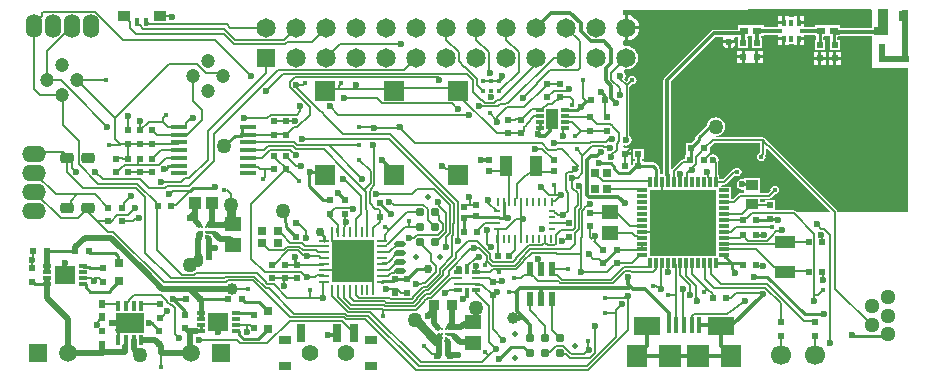
<source format=gtl>
%FSTAX23Y23*%
%MOIN*%
%SFA1B1*%

%IPPOS*%
%AMD150*
4,1,8,-0.012800,-0.017700,0.012800,-0.017700,0.021700,-0.008900,0.021700,0.008900,0.012800,0.017700,-0.012800,0.017700,-0.021700,0.008900,-0.021700,-0.008900,-0.012800,-0.017700,0.0*
1,1,0.017717,-0.012800,-0.008900*
1,1,0.017717,0.012800,-0.008900*
1,1,0.017717,0.012800,0.008900*
1,1,0.017717,-0.012800,0.008900*
%
%ADD12C,0.010000*%
%ADD15C,0.006000*%
%ADD18R,0.070866X0.068898*%
%ADD19R,0.070866X0.068898*%
%ADD20R,0.058071X0.017716*%
%ADD21R,0.021654X0.021654*%
%ADD22R,0.015748X0.023622*%
%ADD23R,0.023622X0.015748*%
%ADD24R,0.029527X0.023622*%
%ADD25R,0.029527X0.037401*%
%ADD26R,0.017716X0.017716*%
%ADD27R,0.015748X0.017716*%
%ADD28C,0.015748*%
%ADD29O,0.039370X0.019685*%
%ADD30R,0.015748X0.053150*%
%ADD31R,0.086614X0.062992*%
%ADD32R,0.070866X0.074803*%
%ADD33R,0.074803X0.074803*%
%ADD34R,0.021654X0.021654*%
%ADD35C,0.066929*%
%ADD36R,0.070866X0.039370*%
%ADD37R,0.039370X0.035433*%
%ADD38R,0.224409X0.224409*%
%ADD39R,0.011811X0.033465*%
%ADD40R,0.033465X0.011811*%
%ADD41R,0.027559X0.011811*%
%ADD42R,0.039370X0.066929*%
%ADD43R,0.024409X0.023622*%
%ADD44R,0.039370X0.070866*%
%ADD45R,0.009843X0.026575*%
%ADD46R,0.022638X0.009843*%
%ADD47R,0.027559X0.029527*%
%ADD48R,0.057087X0.045275*%
%ADD49R,0.023622X0.047244*%
%ADD50C,0.030984*%
%ADD51R,0.031496X0.011811*%
%ADD52R,0.031496X0.009843*%
%ADD53R,0.013780X0.033465*%
%ADD54R,0.033465X0.033465*%
%ADD55C,0.008189*%
%ADD56R,0.033465X0.009843*%
%ADD57R,0.009843X0.033465*%
%ADD58R,0.141732X0.141732*%
%ADD59R,0.029527X0.027559*%
%ADD60R,0.023622X0.024409*%
%ADD61R,0.039370X0.031496*%
%ADD62R,0.027559X0.059055*%
%ADD63R,0.031496X0.031496*%
%ADD64R,0.068898X0.061024*%
%ADD65R,0.096457X0.066929*%
%ADD66R,0.023622X0.029527*%
%ADD67R,0.041339X0.039370*%
%ADD68R,0.015748X0.031496*%
%ADD133C,0.008000*%
%ADD134C,0.014000*%
%ADD135C,0.020000*%
%ADD136C,0.012000*%
%ADD137C,0.030000*%
%ADD138C,0.016000*%
%ADD139R,0.019685X0.059055*%
%ADD140R,0.019685X0.177165*%
%ADD141R,0.098425X0.019685*%
%ADD142R,0.045000X0.031496*%
%ADD143R,0.033465X0.087795*%
%ADD144C,0.047244*%
%ADD145O,0.051181X0.051181*%
%ADD146C,0.019488*%
%ADD147C,0.055118*%
%ADD148R,0.059055X0.059055*%
%ADD149C,0.059055*%
G04~CAMADD=150~8~0.0~0.0~433.1~354.3~88.6~0.0~15~0.0~0.0~0.0~0.0~0~0.0~0.0~0.0~0.0~0~0.0~0.0~0.0~180.0~434.0~355.0*
%ADD150D150*%
%ADD151R,0.064960X0.064960*%
%ADD152C,0.064960*%
%ADD153O,0.055118X0.078740*%
%ADD154O,0.078740X0.055118*%
%ADD155C,0.023622*%
%ADD156C,0.030000*%
%ADD157C,0.050000*%
%ADD158C,0.039370*%
%LNdev_board_layout-1*%
%LPD*%
G36*
X02843Y01207D02*
Y01149D01*
X02737*
Y01157*
X02699*
X02695*
X0269*
X02652*
Y01153*
X02632*
Y01153*
X02618*
Y01161*
X026*
Y01166*
X02595*
Y01188*
X02582*
Y01184*
X02567*
Y01188*
X02554*
Y01166*
X02549*
Y01161*
X02531*
Y01153*
X02517*
Y01153*
X02482*
Y01157*
X02444*
X0244*
X02435*
X02397*
Y01143*
X02316*
X02311Y01142*
X02307Y01139*
X02152Y00984*
X02149Y0098*
X02148Y00976*
Y00662*
X02136*
Y00679*
X02135Y00683*
X02133Y00687*
X02122Y00697*
X02119Y007*
X02115Y00701*
X02082*
Y00706*
X02076*
Y00713*
X02082*
Y00746*
X02048*
Y00713*
X02053*
Y00706*
X02048*
Y00696*
X02044Y00692*
X0204Y00694*
Y00725*
X02019*
Y00735*
X0204*
Y0075*
X02016*
X02015Y00754*
X02019Y00757*
X02025Y00756*
X02031Y00758*
X02037Y00762*
X02041Y00768*
X02043Y00775*
X02041Y00781*
X02037Y00787*
X02035Y00789*
Y00922*
Y00952*
X02044Y00961*
X02045Y0096*
X0205Y00961*
X02055Y00964*
X02058Y00969*
X02059Y00975*
X02058Y0098*
X02055Y00985*
X0205Y00988*
X02045Y00989*
X02039Y00988*
X02034Y00985*
X02031Y0098*
X0203Y00975*
X02031Y00974*
X02027Y0097*
X02018Y00979*
X02021Y00983*
X02023Y0099*
X02021Y00997*
X02017Y01003*
X02017Y01003*
X02017Y01007*
X02021Y01011*
X02025Y01011*
X02035Y01012*
X02044Y01016*
X02052Y01022*
X02058Y0103*
X02062Y01039*
X02063Y0105*
X02062Y0106*
X02058Y01069*
X02052Y01077*
X02044Y01083*
X02035Y01087*
X02025Y01088*
X02019Y01088*
X02014Y01092*
Y01104*
X02018Y01107*
X0202Y01107*
Y01149*
Y01192*
X02018Y01191*
X02014Y01195*
Y01209*
X02839Y01211*
X02843Y01207*
G37*
G36*
X02652Y01122D02*
X02658D01*
Y01109*
X02653*
Y01076*
X02686*
Y01109*
X02681*
Y01118*
X02684Y01122*
X02694*
X02699*
X02705*
Y01109*
X02703*
Y01076*
X02736*
Y01109*
X02727*
Y01119*
X02732Y01121*
X02733Y01122*
X02737*
Y01123*
X02843*
Y01021*
X02845Y01016*
X02849Y01014*
X02965*
Y00535*
X02729*
X02728Y00538*
X02726Y00541*
X0251Y00757*
X02509Y00758*
X02498Y00769*
X02497Y0077*
X02486Y00781*
X02483Y00783*
X0248Y00784*
X02325*
X02324Y00789*
X02331Y0079*
X02338Y00793*
X02345Y00798*
X0235Y00804*
X02353Y00812*
X02354Y0082*
X02353Y00828*
X0235Y00835*
X02345Y00842*
X02338Y00847*
X02331Y0085*
X02323Y00851*
X02315Y0085*
X02307Y00847*
X023Y00842*
X02296Y00835*
X02292Y00828*
X02292Y00826*
X02259Y00792*
X02256Y00789*
X02255Y00784*
Y00779*
X0224Y00764*
X02222*
Y0073*
X0222Y00726*
Y00711*
X02212*
X02209Y0071*
X02206Y00708*
X02178Y0068*
X02173Y00682*
Y00971*
X02321Y01118*
X02346*
X02348Y01113*
X02346Y0111*
X02346Y01107*
X02388*
X02387Y0111*
X02385Y01113*
X02388Y01118*
X02396*
X02398Y01114*
Y01081*
X02431*
Y01114*
X0243*
X02428Y01119*
X0243Y01122*
X02439*
X02443*
X02445Y01119*
X02443Y01114*
X02443*
Y01081*
X02476*
Y01114*
X02473*
Y01122*
X02482*
Y01126*
X02517*
Y01126*
X02531*
Y01118*
X02549*
Y01113*
X02554*
Y01091*
X02567*
Y01095*
X02582*
Y01091*
X02595*
Y01113*
X026*
Y01118*
X02618*
Y01126*
X02632*
Y01126*
X02652*
Y01122*
G37*
G36*
X0247Y00733D02*
X02469Y00733D01*
X02464Y0073*
X02461Y00725*
X0246Y0072*
X02461Y00714*
X02464Y00709*
X02469Y00706*
X02475Y00705*
X0248Y00706*
X02485Y00709*
X02488Y00714*
X02489Y0072*
X02488Y00723*
X02488Y00724*
X02489Y00727*
Y00745*
X02493Y00747*
X02497Y00744*
X02498Y00743*
X02702Y00539*
X027Y00535*
X02592*
X02589Y00538*
X02586Y0054*
X02583Y00541*
X02526*
X02521Y00541*
Y00574*
X02488*
Y00567*
X0247*
Y0058*
X025*
X02503Y00581*
X02506Y00583*
X02519Y00596*
X0252Y00595*
X02525Y00596*
X0253Y00599*
X02533Y00604*
X02534Y0061*
X02533Y00615*
X0253Y0062*
X02525Y00623*
X0252Y00624*
X02514Y00623*
X02509Y0062*
X02506Y00615*
X02505Y0061*
X02506Y00609*
X02496Y00599*
X02474*
X0247Y00602*
Y00603*
Y0065*
X02419*
Y00649*
X02414Y00645*
X02411Y00645*
X02404Y00644*
X02398Y0064*
X02394Y00634*
X02393Y00627*
X02394Y0062*
X02398Y00614*
X02404Y00611*
X02411Y00609*
X02414Y0061*
X02418Y00607*
X02418Y00603*
X02414Y00599*
X02405*
X02401Y00598*
X02398Y00596*
X02379Y00577*
X02372*
Y0062*
X0234*
X02339Y00621*
X02342Y00626*
X0235*
X02353Y00627*
X02356Y00629*
X02386Y00659*
X02389Y00656*
X02395Y00655*
X024Y00656*
X02405Y00659*
X02408Y00664*
X02409Y0067*
X02408Y00675*
X02405Y0068*
X024Y00683*
X02395Y00684*
X02389Y00683*
X02384Y0068*
X02384Y00678*
X02383*
X0238Y00677*
X02377Y00675*
X02346Y00644*
X02338*
X02334Y00648*
X02334Y00649*
Y00658*
X02331*
Y00698*
X0233Y00701*
X02331Y00703*
X02333Y0071*
X02331Y00716*
X02327Y00722*
X02321Y00726*
X02315Y00728*
X02308Y00726*
X02303Y00729*
Y0073*
X02302*
Y00751*
X02316Y00765*
X0247*
Y00733*
G37*
%LNdev_board_layout-2*%
%LPC*%
G36*
X02618Y01188D02*
X02605D01*
Y01171*
X02618*
Y01188*
G37*
G36*
X02544D02*
X02531D01*
Y01171*
X02544*
Y01188*
G37*
G36*
X0203Y01192D02*
Y01154D01*
X02067*
X02066Y0116*
X02062Y01171*
X02055Y0118*
X02046Y01186*
X02036Y01191*
X0203Y01192*
G37*
G36*
X02067Y01144D02*
X0203D01*
Y01107*
X02036Y01108*
X02046Y01112*
X02055Y01119*
X02062Y01128*
X02066Y01138*
X02067Y01144*
G37*
G36*
X02618Y01108D02*
X02605D01*
Y01091*
X02618*
Y01108*
G37*
G36*
X02544D02*
X02531D01*
Y01091*
X02544*
Y01108*
G37*
G36*
X02388Y01097D02*
X02372D01*
Y01081*
X02375Y01081*
X02383Y01086*
X02387Y01093*
X02388Y01097*
G37*
G36*
X02362D02*
X02346D01*
X02346Y01093*
X02351Y01086*
X02358Y01081*
X02362Y01081*
Y01097*
G37*
G36*
X02465Y01072D02*
Y01057D01*
X0248*
Y01072*
X02465*
G37*
G36*
X0241D02*
X02394D01*
Y01057*
X0241*
Y01072*
G37*
G36*
X0274Y01067D02*
X02725D01*
Y01052*
X0274*
Y01067*
G37*
G36*
X0269D02*
X02675D01*
Y01052*
X0269*
Y01067*
G37*
G36*
X02715D02*
X02699D01*
Y01052*
X02715*
Y01067*
G37*
G36*
X02665D02*
X02649D01*
Y01052*
X02665*
Y01067*
G37*
G36*
X0248Y01047D02*
X02465D01*
Y01031*
X0248*
Y01047*
G37*
G36*
X0241D02*
X02394D01*
Y01031*
X0241*
Y01047*
G37*
G36*
X02435Y01072D02*
X02434D01*
X0242*
Y01052*
Y01031*
X02434*
X02439*
X0244*
X02455*
Y01052*
Y01072*
X0244*
X02435*
G37*
G36*
X0274Y01042D02*
X02725D01*
Y01026*
X0274*
Y01042*
G37*
G36*
X02715D02*
X02699D01*
Y01026*
X02715*
Y01042*
G37*
G36*
X0269D02*
X02675D01*
Y01026*
X0269*
Y01042*
G37*
G36*
X02665D02*
X02649D01*
Y01026*
X02665*
Y01042*
G37*
%LNdev_board_layout-3*%
%LPD*%
G54D12*
X01616Y00516D02*
Y00558D01*
Y00516D02*
X01629D01*
X01593Y00517D02*
X016D01*
X01601Y00516D02*
X01616D01*
X01616Y00558D02*
Y00569D01*
X016Y00517D02*
X01601Y00516D01*
X01616Y00569D02*
X01616Y00569D01*
Y00558D02*
X01616Y00558D01*
X00429Y00164D02*
X00442D01*
X00796Y00112D02*
X0083Y00145D01*
X00735Y00126D02*
Y0014D01*
X0075Y00112D02*
X00796D01*
X00735Y00126D02*
X0075Y00112D01*
X00734Y0014D02*
X00735Y0014D01*
X00732Y0014D02*
X00734D01*
X00442Y00164D02*
X00466Y0014D01*
X0043Y00165D02*
X00435D01*
X00429Y00164D02*
X0043Y00165D01*
X0037D02*
X00394Y0014D01*
X02065Y0069D02*
Y0073D01*
X02239Y00712D02*
Y00747D01*
X02065Y0069D02*
X02115D01*
X02776Y00123D02*
X02825D01*
X01872Y00887D02*
X0189Y00905D01*
X0186Y00875D02*
X01872Y00887D01*
X01935Y007D02*
X01962D01*
X01965Y00697D02*
X01974D01*
X01962Y007D02*
X01965Y00697D01*
X01974D02*
X01985Y00686D01*
Y00679D02*
Y00686D01*
Y00679D02*
X01999Y00665D01*
X02033*
X02058Y0069*
X0148Y00521D02*
X01525D01*
X01482Y0047D02*
Y00519D01*
X01328Y00345D02*
X01365D01*
X0058Y00615D02*
X0065D01*
X0057Y00605D02*
X0058Y00615D01*
X00745Y00792D02*
Y00796D01*
X01853Y00875D02*
X0186D01*
X01852Y00874D02*
X01853Y00875D01*
X01836Y00874D02*
X01852D01*
X01836Y00875D02*
X01836Y00874D01*
X0182Y00875D02*
X01836D01*
X0189Y00905D02*
X01902D01*
X01907Y0091*
X01872Y00887D02*
X01875Y00885D01*
X0262Y00195D02*
X02685D01*
X02302Y0082D02*
X02323D01*
X02267Y00784D02*
X02302Y0082D01*
X02267Y00775D02*
Y00784D01*
X0092Y00368D02*
Y00385D01*
X00889Y00486D02*
X00922Y00453D01*
X0088Y0054D02*
X00887Y00532D01*
X00889Y00486D02*
Y00499D01*
X00887Y00501D02*
X00889Y00499D01*
X00887Y00501D02*
Y00532D01*
X0194Y00935D02*
X01953Y00922D01*
X02859Y00123D02*
X02894D01*
X02857Y00121D02*
X02859Y00123D01*
X02827Y00121D02*
X02857D01*
X02825Y00123D02*
X02827Y00121D01*
X02894Y00123D02*
X02897Y00127D01*
X02495Y0032D02*
X0262Y00195D01*
X0245Y0032D02*
X02495D01*
X016Y00045D02*
X01619Y00064D01*
Y00064*
X0164Y00085*
X01681*
X01702Y00065*
X01705*
X01955Y00372D02*
X01993Y0041D01*
X01209Y00303D02*
X01212Y00306D01*
X01207Y00301D02*
X01209Y00303D01*
X00685Y00755D02*
X00719Y00789D01*
X00741*
X00745Y00792*
Y00796D02*
X00762D01*
X01528Y00517D02*
X01593D01*
X01249Y00306D02*
X01254Y00311D01*
X01212Y00306D02*
X01249D01*
X01254Y00311D02*
X01294D01*
X01328Y00345*
X01737Y00815D02*
Y00835D01*
X00515Y00245D02*
X00557D01*
X00515D02*
X00555Y00205D01*
Y00193D02*
Y00205D01*
X00967Y00622D02*
Y00667D01*
Y00622D02*
X01014Y00575D01*
X01036*
X00967Y00667D02*
X0097Y0067D01*
X0102Y00659D02*
X01034Y00644D01*
X02458Y0046D02*
X02485D01*
X02528Y00512D02*
X0253Y0051D01*
X02505Y00512D02*
X02528D01*
X02503Y0051D02*
X02505Y00512D01*
X02458Y0051D02*
X02503D01*
X00575Y0036D02*
X00585Y0037D01*
X0057Y0036D02*
X00575D01*
X00498Y00689D02*
X00533D01*
X00489Y0068D02*
X00498Y00689D01*
X00533D02*
X00534Y0069D01*
X00485Y0068D02*
X00485Y0068D01*
X00489*
X0097Y0067D02*
X00995D01*
X01005Y00659*
X0102*
X02239Y00747D02*
X02267Y00775D01*
X02237Y0071D02*
X02239Y00712D01*
Y00747D02*
D01*
X02239D02*
X02239D01*
X02411Y00627D02*
X02443D01*
X02445Y00626*
X02376Y00364D02*
X02407D01*
X02412Y0036*
X0235Y0039D02*
X02376Y00364D01*
X0235Y0039D02*
Y00391D01*
X02322Y00364D02*
X02376D01*
Y00345D02*
Y00364D01*
Y00345D02*
X02386Y00335D01*
Y00332D02*
Y00335D01*
X01202Y00565D02*
X01238Y0053D01*
X01062Y00599D02*
X01086Y00575D01*
X01005Y00465D02*
Y0047D01*
Y00465D02*
X01016Y00454D01*
Y0044D02*
Y00454D01*
X00745Y008D02*
Y00814D01*
X00749Y00818*
X00765*
X00708Y00501D02*
X00715Y00495D01*
X00645Y00565D02*
X0065D01*
X00045Y00307D02*
X00049Y00302D01*
X00331Y00108D02*
Y00141D01*
X00753Y00235D02*
X00799D01*
X00743Y00245D02*
X00753Y00235D01*
X00595Y0014D02*
X00605D01*
X00606Y0014*
Y0016*
X00045Y00302D02*
X00052Y00295D01*
X00095*
X00095Y00295*
X00238Y0027D02*
X00305D01*
X00224Y00284D02*
X00238Y0027D01*
X00305D02*
Y00275D01*
X00224Y00284D02*
Y00294D01*
X00223Y00295D02*
X00224Y00294D01*
X00214Y00295D02*
X00223D01*
X00305Y00275D02*
X00335Y00305D01*
X00235Y00351D02*
X00236Y0035D01*
X0023Y00351D02*
X00235D01*
X00228Y00353D02*
X0023Y00351D01*
X00214Y00353D02*
X00228D01*
X00214Y00354D02*
X00214Y00353D01*
X00236Y0035D02*
X00277D01*
X0028Y00348*
X00093Y00405D02*
X00187D01*
X0032Y004D02*
X0033Y00389D01*
Y00368D02*
Y00389D01*
Y00368D02*
X00335Y00364D01*
X00233Y004D02*
X0032D01*
X00607Y00245D02*
X00697D01*
X00603D02*
X00607D01*
X00799Y00235D02*
X0083Y00204D01*
X00725Y002D02*
X00773D01*
X00774Y00198*
X00779*
X00785Y00193*
X01442Y0013D02*
X01447Y00125D01*
X01426Y0013D02*
X01442D01*
X00625Y0047D02*
X00647D01*
X02732Y01133D02*
X02735Y01136D01*
X02723Y01133D02*
X02732D01*
X02716Y0114D02*
X02723Y01133D01*
X02716Y01096D02*
X0272Y01093D01*
X02716Y01096D02*
Y0114D01*
X0267Y01093D02*
Y01136D01*
X02673Y0114*
X02125Y00635D02*
Y00679D01*
X02115Y0069D02*
X02125Y00679D01*
G54D15*
X02312Y00707D02*
X02322Y00698D01*
X01594Y00478D02*
X01596Y00476D01*
X01593Y00478D02*
X01594D01*
X01565Y00566D02*
Y00575D01*
X01596Y00446D02*
Y00476D01*
X0183Y0054D02*
Y006D01*
X01753Y00433D02*
Y00446D01*
X01763Y00424D02*
X01782D01*
X01782Y00537D02*
X01788Y00531D01*
X01789Y0043D02*
Y00459D01*
X01854Y00483D02*
Y00548D01*
X01823Y00607D02*
Y00634D01*
X01824Y00641D02*
Y00663D01*
X01806Y00476D02*
X01848D01*
X01824Y00641D02*
X01825Y0064D01*
X01782Y00424D02*
X01789Y0043D01*
Y00459D02*
X01806Y00476D01*
X01845Y00615D02*
X01863Y00597D01*
X01824Y00663D02*
X01831Y0067D01*
X01815Y00525D02*
X0183Y0054D01*
X01863Y00559D02*
Y00597D01*
X01565Y00566D02*
X01593Y00537D01*
X01854Y00548D02*
X01861Y00554D01*
X01776Y00537D02*
X01782D01*
X01791Y00531D02*
X01797Y00525D01*
X01845Y0067D02*
X01855Y0068D01*
X01848Y00476D02*
X01854Y00483D01*
X01855Y0068D02*
X01865D01*
X01825Y00636D02*
Y0064D01*
X01861Y00557D02*
X01863Y00559D01*
X01845Y00615D02*
Y0064D01*
X01861Y00554D02*
Y00557D01*
X01831Y0067D02*
X01845D01*
X01753Y00433D02*
X01763Y00424D01*
X01823Y00607D02*
X0183Y006D01*
X01823Y00634D02*
X01825Y00636D01*
X01788Y00531D02*
X01791D01*
X01797Y00525D02*
X01815D01*
X01267Y0082D02*
X0127D01*
X01267Y00817D02*
X01319Y00765D01*
X02503Y00751D02*
X0272Y00535D01*
X02503Y00751D02*
X02503D01*
X02491Y00763D02*
X02503Y00751D01*
X02491Y00763D02*
Y00763D01*
X0248Y00775D02*
X02491Y00763D01*
X01265Y0082D02*
X01267D01*
X02191Y00255D02*
Y00341D01*
Y0016D02*
Y00255D01*
X02165Y0026D02*
X02186D01*
X02191Y00255*
X00365Y00718D02*
X00368Y00715D01*
X00593Y0103D02*
X00623Y01D01*
X01596Y0039D02*
Y00446D01*
X01116Y00368D02*
Y00372D01*
X01043Y0044D02*
X01112Y00372D01*
X01016Y00342D02*
X01083D01*
X01116Y00368D02*
X01181Y00303D01*
X0173Y00794D02*
X01733Y0079D01*
X01771Y00838D02*
X01778Y00845D01*
X02164Y00335D02*
X02165Y00335D01*
X02164Y00335D02*
Y00363D01*
X02164Y00364D02*
X02164Y00363D01*
X0214Y00314D02*
X0214Y00314D01*
X02136Y0028D02*
X0214D01*
X02125Y0029D02*
X02136Y0028D01*
X0214D02*
Y00314D01*
X02115Y0029D02*
X02125D01*
X02189Y00343D02*
X02191Y00341D01*
X02215Y00162D02*
Y00271D01*
X0221Y00285D02*
X02215Y0028D01*
X02236Y00259D02*
Y00293D01*
X0226Y0024D02*
Y0025D01*
X0214Y00314D02*
Y00359D01*
X02204Y00325D02*
X02236Y00293D01*
X02204Y00325D02*
Y00364D01*
X02316Y00283D02*
X02488D01*
X02287Y00312D02*
X02316Y00283D01*
X02287Y00312D02*
Y00348D01*
X02189Y00343D02*
Y00359D01*
X02224Y00322D02*
Y00364D01*
Y00322D02*
X02257Y00289D01*
X02043Y00335D02*
X02113D01*
X02105Y00355D02*
Y00364D01*
X02103Y00352D02*
X02105Y00355D01*
X02043Y00352D02*
X02103D01*
X02257Y00252D02*
Y00289D01*
X02243Y00329D02*
X02294Y00279D01*
X02184Y00364D02*
X02189Y00359D01*
X0214D02*
X02145Y00364D01*
X02122Y00345D02*
Y00361D01*
X02113Y00335D02*
X02122Y00345D01*
Y00361D02*
X02125Y00364D01*
X02038Y0034D02*
X02043Y00335D01*
X02184Y0047D02*
X02214Y00499D01*
X02078Y0047D02*
X02184D01*
X00155Y00325D02*
Y00365D01*
X01104Y00144D02*
X01118D01*
X00736Y00098D02*
X00828D01*
X00726Y00108D02*
X00736Y00098D01*
X00601Y00108D02*
X00726D01*
X00828Y00098D02*
X00902Y00172D01*
X0076Y00135D02*
Y0016D01*
X00771*
X00725D02*
X0076D01*
X006Y0011D02*
X00601Y00108D01*
X00771Y0016D02*
X00785Y00147D01*
X00477Y00189D02*
X00479D01*
X0047Y00182D02*
X00477Y00189D01*
X00479D02*
X00495Y00205D01*
X02655Y00122D02*
X02655Y00121D01*
Y00059D02*
Y00121D01*
X0254Y00059D02*
Y00121D01*
X0239Y00265D02*
X02477D01*
X02375Y0025D02*
X0239Y00265D01*
X02358Y0025D02*
X02375D01*
X02477Y00265D02*
X0248Y00262D01*
X02463Y00355D02*
X0248D01*
X02458Y0036D02*
X02463Y00355D01*
X026Y01067D02*
X026Y01067D01*
X02313Y0074D02*
X02315D01*
X02283Y0071D02*
X02313Y0074D01*
X0248Y00727D02*
Y00775D01*
X02228Y00666D02*
X02256Y00694D01*
X01809Y00745D02*
X01864Y00689D01*
X01178Y00758D02*
X0118D01*
X01178D02*
X01185Y00751D01*
X02313Y00775D02*
X0248D01*
X02285Y00747D02*
X02313Y00775D01*
X01505Y00179D02*
X01525Y00199D01*
X01975Y00725D02*
X01992Y00742D01*
X01975Y0072D02*
Y00725D01*
X01951Y00753D02*
X01966D01*
X01949Y00755D02*
X01951Y00753D01*
X0191Y00755D02*
X01949D01*
X01957Y00767D02*
X01971Y00781D01*
X01905Y00767D02*
X01957D01*
X02145Y00568D02*
X02214Y00499D01*
X02145Y00568D02*
Y00635D01*
X01531Y00381D02*
X01535Y00385D01*
X01522Y00381D02*
X01531D01*
X01494Y00354D02*
X01522Y00381D01*
X01494Y00344D02*
Y00354D01*
X02268Y0073D02*
X02285Y00747D01*
X01087Y00487D02*
Y00519D01*
X01593Y00344D02*
X01658D01*
X01082Y00459D02*
Y00482D01*
X0157Y00417D02*
X01573Y0042D01*
X01571Y00378D02*
Y00394D01*
X01498Y00437D02*
X01528D01*
X01559Y00373D02*
Y0039D01*
X01516Y00416D02*
X01532D01*
X01559Y0039*
X01528Y00437D02*
X01571Y00394D01*
X01573Y0042D02*
X01575D01*
X01513Y00413D02*
X01516Y00416D01*
X01457Y00397D02*
X01498Y00437D01*
X01432Y0034D02*
X01505Y00413D01*
X01513*
X01559Y00373D02*
X0156Y00372D01*
X02204Y00636D02*
Y00664D01*
X01571Y00378D02*
X01581Y00368D01*
X01524Y00354D02*
X01525Y00355D01*
X01448Y00459D02*
Y00498D01*
X01444Y00455D02*
X01448Y00459D01*
X01444Y00431D02*
Y00455D01*
X01436Y00464D02*
Y00503D01*
X01425Y00453D02*
X01436Y00464D01*
X01425Y0042D02*
Y00453D01*
X01424Y00469D02*
Y00533D01*
X01413Y00458D02*
X01424Y00469D01*
X01413Y00457D02*
Y00458D01*
X0139Y00435D02*
X01413Y00457D01*
X01412Y00474D02*
Y00495D01*
X01397Y0046D02*
X01412Y00474D01*
X01465Y00343D02*
X01468Y00346D01*
X01457Y00382D02*
Y00397D01*
X01415Y00339D02*
X01457Y00382D01*
X01445Y00387D02*
Y00429D01*
X01403Y00344D02*
X01445Y00387D01*
X01328Y00613D02*
X01383D01*
X01438Y00505D02*
Y00558D01*
X00945Y0078D02*
X01232D01*
X0145Y005D02*
Y00563D01*
X01462Y00442D02*
Y00568D01*
X01081Y00794D02*
X01236D01*
X01401Y00556D02*
Y00566D01*
X01398Y00568D02*
X01401Y00566D01*
X01383Y00613D02*
X01438Y00558D01*
X01232Y0078D02*
X0145Y00563D01*
X01236Y00794D02*
X01462Y00568D01*
X01401Y00556D02*
X01424Y00533D01*
X01436Y00503D02*
X01438Y00505D01*
X01448Y00498D02*
X0145Y005D01*
X01263Y0043D02*
X0127D01*
X01235Y00401D02*
X01263Y0043D01*
X01234Y00432D02*
Y00432D01*
X01229Y00427D02*
X01234Y00432D01*
Y00432D02*
X01286Y00485D01*
X01226Y00427D02*
X01229D01*
X01219Y00442D02*
Y00459D01*
X01217Y0044D02*
X01219Y00442D01*
X01209Y0044D02*
X01217D01*
X013Y0045D02*
X01318D01*
X0148Y00521D02*
X01482Y00519D01*
X014Y00507D02*
X01412Y00495D01*
X01387Y00535D02*
X014Y00522D01*
Y00507D02*
Y00522D01*
X01328Y0046D02*
X01397D01*
X01387Y00435D02*
X0139D01*
X01318Y0045D02*
X01328Y0046D01*
X00958Y00317D02*
X00988D01*
X0046Y0041D02*
Y00555D01*
Y00565*
X0148Y00245D02*
X01483D01*
X01375Y0025D02*
X01439Y00314D01*
X0137Y00262D02*
X01432Y00325D01*
Y0034*
X01365Y00274D02*
X01415Y00324D01*
Y00339*
X0136Y00286D02*
X01403Y00329D01*
Y00344*
X0142Y00265D02*
X01424D01*
X01483Y00245D02*
X01494Y00255D01*
X0122Y00221D02*
X01319D01*
X01225Y00233D02*
X01314D01*
X01239Y00245D02*
X01309D01*
X01465Y00334D02*
Y00343D01*
X01348Y00286D02*
X0136D01*
X01314Y00252D02*
X01348Y00286D01*
X01353Y00274D02*
X01365D01*
X01326Y00247D02*
X01353Y00274D01*
X01358Y00262D02*
X0137D01*
X01338Y00242D02*
X01358Y00262D01*
X01338Y0024D02*
Y00242D01*
X01319Y00221D02*
X01338Y0024D01*
X01439Y00314D02*
X01465D01*
X01435Y00275D02*
X01465D01*
X01424Y00265D02*
X01435Y00275D01*
X01465Y00295D02*
X01524D01*
X01543Y00293D02*
X0158Y00257D01*
X01525Y00293D02*
X01543D01*
X01524Y00295D02*
X01525Y00293D01*
X00524Y00559D02*
X0057Y00605D01*
X00512D02*
X0057D01*
X00501Y00594D02*
X00512Y00605D01*
X005Y00594D02*
X00501D01*
X0092Y00984D02*
X014D01*
X00405Y00645D02*
X00435Y00614D01*
X00494Y00623D02*
X00568D01*
X00486Y00614D02*
X00494Y00623D01*
X00435Y00614D02*
X00486D01*
X00568Y00623D02*
X0065Y00705D01*
X00305Y00501D02*
X00306Y00503D01*
X00328Y00524*
X0039Y00615D02*
X0042Y00584D01*
Y00399D02*
Y00584D01*
X00215Y00615D02*
X0039D01*
X0042Y00399D02*
X00506Y00314D01*
X0039Y00515D02*
X004D01*
X0038Y00505D02*
X0039Y00515D01*
X00343Y00505D02*
X0038D01*
X00512Y00559D02*
X00524D01*
X00508Y00555D02*
X00512Y00559D01*
X00305Y00501D02*
Y00505D01*
X02026Y00251D02*
X0203Y00255D01*
X02018Y00251D02*
X02026D01*
X02017Y0025D02*
X02018Y00251D01*
X02001Y0025D02*
X02017D01*
X02Y0025D02*
X02001Y0025D01*
X01955Y0025D02*
X02D01*
X0199Y002D02*
Y0021D01*
Y00118D02*
Y002D01*
X01989Y002D02*
X0199Y002D01*
X01955Y002D02*
X01989D01*
X02475Y00722D02*
X0248Y00727D01*
X02475Y0072D02*
Y00722D01*
X0188Y00915D02*
X0189Y00905D01*
X0188Y00915D02*
Y00975D01*
X01846Y00902D02*
Y00907D01*
Y00902D02*
X01847Y009D01*
X01836Y00917D02*
X01846Y00907D01*
X01805Y00917D02*
X01836D01*
X01579Y00344D02*
X01593D01*
X01595Y00342*
Y00341D02*
Y00342D01*
Y00341D02*
X016Y00337D01*
Y00335D02*
Y00337D01*
X01591Y00838D02*
X01595Y00835D01*
X01591Y00838D02*
Y00843D01*
X0157Y00865D02*
X01591Y00843D01*
X01032Y00758D02*
X01145Y00645D01*
X01034Y0076D02*
X01135D01*
X01032Y00758D02*
X01034Y0076D01*
X0235Y00635D02*
X02383Y00669D01*
X02394*
X02395Y0067*
X02322Y00635D02*
X0235D01*
X00945Y0078D02*
X00945Y0078D01*
X0115Y0061D02*
X01157Y00603D01*
X01088Y00671D02*
X0115Y0061D01*
X01135Y0071D02*
X01173Y00672D01*
Y00633D02*
Y00672D01*
X0115Y0061D02*
X01173Y00633D01*
X01185Y00624D02*
Y00751D01*
X01172Y00612D02*
X01185Y00624D01*
X01077Y00172D02*
X01104Y00144D01*
X01103Y00213D02*
X01211D01*
X01213Y00211D02*
X01215Y00209D01*
X01211Y00213D02*
X01213Y00211D01*
Y00191D02*
Y00211D01*
Y00191D02*
X01215Y0019D01*
X01098Y00201D02*
X01175D01*
Y002D02*
Y00201D01*
Y002D02*
X01339Y00035D01*
X01545*
X01333Y00021D02*
X01555D01*
X01165Y00189D02*
X01333Y00021D01*
X01093Y00189D02*
X01165D01*
X01323Y00009D02*
X01897D01*
X01155Y00177D02*
X01323Y00009D01*
X01089Y00177D02*
X01155D01*
X00858Y00713D02*
X00893Y00679D01*
X00905Y00669D02*
X00935Y0064D01*
X00898Y00669D02*
X00905D01*
X0089Y00677D02*
X00898Y00669D01*
X01567Y00057D02*
X0159Y0008D01*
X01545Y00035D02*
X01567Y00057D01*
X01561Y00063D02*
X01567Y00057D01*
X01559Y00063D02*
X01561D01*
X01556Y00067D02*
X01559Y00063D01*
X01553Y00067D02*
X01556D01*
X01235Y00475D02*
X01295Y00535D01*
X01219Y00459D02*
X01235Y00475D01*
X01228Y00483D02*
X01235Y00475D01*
X01221Y00483D02*
X01228D01*
X0122Y00485D02*
X01221Y00483D01*
X013Y00485D02*
Y00505D01*
Y00485D02*
X01337D01*
X01295Y00535D02*
X01337D01*
X0097Y00249D02*
X01015D01*
X00895D02*
X0097D01*
Y00275*
X0118Y00815D02*
X01185D01*
X01175Y0082D02*
X0118Y00815D01*
X01135Y0082D02*
X01175D01*
X0156Y00372D02*
X01576Y00356D01*
X01556Y00368D02*
X0156Y00372D01*
X01556Y00361D02*
Y00368D01*
X01555Y0036D02*
X01556Y00361D01*
X01067Y00945D02*
X01255D01*
X0102D02*
X01067D01*
Y00956*
X01075Y00964*
Y00965*
X01387Y00062D02*
X01395Y00055D01*
X01377Y00062D02*
X01387D01*
X0135Y0009D02*
X01377Y00062D01*
X00336Y0076D02*
X00338Y00762D01*
X003Y0076D02*
X00336D01*
X0048Y00835D02*
Y0085D01*
X0049Y0086*
X01878Y00723D02*
Y00726D01*
X0186Y00745D02*
X01878Y00726D01*
X01787Y00592D02*
X01807D01*
X01767D02*
X01787D01*
Y00616*
X01786Y00616D02*
X01787Y00616D01*
X01786Y00616D02*
Y00623D01*
X01785Y00625D02*
X01786Y00623D01*
X01975Y00976D02*
X02004Y00947D01*
Y00927D02*
Y00947D01*
Y00927D02*
X02005Y00926D01*
X0071Y0028D02*
X00765D01*
X00695Y0061D02*
X00708Y00596D01*
Y0056D02*
Y00596D01*
X0082Y00677D02*
X0085D01*
X00804D02*
X0082D01*
Y00652D02*
Y00677D01*
X00815Y00647D02*
X0082Y00652D01*
X00815Y00645D02*
Y00647D01*
X02026Y00958D02*
X02028D01*
X02045Y00975*
X02005Y0098D02*
Y0099D01*
Y0098D02*
X02026Y00958D01*
X01209Y00401D02*
X01235D01*
X01286Y00485D02*
X013D01*
X01222Y00423D02*
X01226Y00427D01*
X0122Y00421D02*
X01222Y00423D01*
X01261Y004D02*
X0127D01*
X01232Y0037D02*
X01261Y004D01*
X01232Y00367D02*
Y0037D01*
X01228Y00364D02*
X01232Y00367D01*
X01211Y00364D02*
X01228D01*
X01209Y00362D02*
X01211Y00364D01*
X01261Y0037D02*
X0127D01*
X01234Y00342D02*
X01261Y0037D01*
X01209Y00342D02*
X01234D01*
X01258Y0034D02*
X0127D01*
X01249Y00331D02*
X01258Y0034D01*
X01239Y00331D02*
X01249D01*
X01231Y00322D02*
X01239Y00331D01*
X01209Y00322D02*
X01231D01*
X00931Y00408D02*
X00942Y00396D01*
X00945*
X00954Y00387*
X00959*
X00925Y0096D02*
X00947D01*
X00952Y00965*
X00955*
X01856Y0079D02*
X01873Y00806D01*
X01855Y0079D02*
X01856D01*
X00195Y00975D02*
X0029D01*
X00472Y00065D02*
X00475Y00062D01*
Y0002D02*
Y00062D01*
X02705Y001D02*
Y00458D01*
X02683Y0048D02*
X02705Y00458D01*
X02674Y0048D02*
X02683D01*
X0266Y00495D02*
X02674Y0048D01*
X02468Y0059D02*
X025D01*
X0252Y0061*
X01525Y00521D02*
X01528Y00517D01*
X00408Y00222D02*
Y00224D01*
X00412Y00228*
X0047*
X00509Y00224D02*
X0052Y00214D01*
X00506Y00224D02*
X00509D01*
X00494Y00236D02*
X00506Y00224D01*
X00494Y00236D02*
Y00239D01*
X00474Y00259D02*
X00494Y00239D01*
X0052Y0013D02*
Y00214D01*
X0047Y00259D02*
X00474D01*
X0047Y0026D02*
X0047Y00259D01*
X00384Y0026D02*
X0047D01*
X00482Y00302D02*
X00691D01*
X00315Y00469D02*
X00482Y00302D01*
X0032Y0078D02*
Y0085D01*
Y0078D02*
X00338Y00762D01*
X00297Y00505D02*
X00305D01*
X00363Y00524D02*
X00386Y00548D01*
X00328Y00524D02*
X00363D01*
X0035Y00557D02*
Y00565D01*
X00343Y0055D02*
X0035Y00557D01*
Y00565D02*
X00375Y0059D01*
X00195Y00595D02*
X00252D01*
X00297Y0055*
X0023Y00549D02*
X0023D01*
X00213Y00532D02*
X0023Y00549D01*
X0026Y00505D02*
X00296Y00469D01*
X0023Y00535D02*
X0026Y00505D01*
X01897Y00009D02*
X0203Y00142D01*
X0026Y00505D02*
X00297D01*
X0203Y00142D02*
Y00254D01*
X00296Y00469D02*
X00315D01*
X0023Y00535D02*
Y00549D01*
X0037Y00595D02*
X00375Y0059D01*
X01745Y00745D02*
X01782Y00708D01*
X0172Y00745D02*
X01745D01*
X01782Y00708D02*
X01783D01*
X01742Y00765D02*
X01764Y00743D01*
X01319Y00765D02*
X01742D01*
X01764Y00743D02*
X01791D01*
X01792Y00745D02*
X01809D01*
X01791Y00743D02*
X01792Y00745D01*
X01845Y0065D02*
X01862D01*
X01867Y00622D02*
X01875Y00615D01*
X01786Y00572D02*
X01807Y00592D01*
X0174Y0062D02*
X01767Y00592D01*
X01777Y00572D02*
X01786D01*
X01776Y0057D02*
X01777Y00572D01*
X01776Y00569D02*
Y0057D01*
X01265Y00819D02*
X01265Y0082D01*
X0126Y00815D02*
X01265Y00819D01*
X01805Y00298D02*
X0198D01*
X02009Y00328D02*
Y00328D01*
X0198Y00298D02*
X02009Y00328D01*
X01974Y0031D02*
X02016Y00352D01*
X0181Y0031D02*
X01974D01*
X02043Y00352D02*
X02043Y00352D01*
X02016Y00352D02*
X02043D01*
X02021Y0034D02*
X02038D01*
X02009Y00328D02*
X02021Y0034D01*
X0203Y00255D02*
X0203Y00254D01*
X0199Y0021D02*
X0201Y0023D01*
X00506Y00314D02*
X00683D01*
X0069Y0032D02*
X00784D01*
X00683Y00314D02*
X0069Y0032D01*
X01875Y00335D02*
Y00394D01*
Y00335D02*
X0196D01*
X01982Y00357*
X01915Y00379D02*
X01932D01*
X01899Y00395D02*
X01915Y00379D01*
X01953Y00859D02*
X01959Y00852D01*
X0092Y00368D02*
X00927Y0036D01*
X00849D02*
X00897Y00408D01*
X00842Y0036D02*
X00849D01*
X00897Y00408D02*
X00931D01*
X00833Y0041D02*
X00882D01*
X0081Y00433D02*
X00833Y0041D01*
X00882D02*
X00892Y0042D01*
X00935*
X00947Y00408*
X00943Y00432D02*
X00954Y00421D01*
X01016*
X00876Y00461D02*
X00905Y00432D01*
X00943*
X00874Y00461D02*
X00876D01*
X00863Y00472D02*
X00874Y00461D01*
X00956Y00448D02*
Y00473D01*
X00947Y00408D02*
X00991D01*
X00941Y00334D02*
X00958Y00317D01*
X0082Y00334D02*
X00941D01*
X01953Y0091D02*
Y00922D01*
X0176Y00963D02*
X01805D01*
X02705Y001D02*
X02705Y001D01*
X02339Y00295D02*
X02494D01*
X02617Y00172*
X02488Y00283D02*
X0254Y00231D01*
X02307Y00327D02*
X02339Y00295D01*
X02617Y00172D02*
X02655D01*
X0254Y00167D02*
Y00231D01*
X01954Y00372D02*
X01955D01*
X01947Y00365D02*
X01954Y00372D01*
X01742Y00424D02*
X01751Y00433D01*
X014Y00975D02*
Y00984D01*
X014Y00984*
X00881Y00996D02*
X01493D01*
X01259Y0095D02*
X01455D01*
X01465Y0094D02*
X01465Y0094D01*
X01255Y00945D02*
X01259Y0095D01*
X01493Y00996D02*
X01515Y00975D01*
X01455Y0095D02*
X01465Y0094D01*
X01466Y01039D02*
X01485Y0102D01*
X01466Y01039D02*
Y01067D01*
X01425Y01108D02*
X01466Y01067D01*
X01425Y01108D02*
Y01149D01*
X01486Y0102D02*
X01527Y00979D01*
X01485Y0102D02*
X01486D01*
X0097Y0086D02*
Y00886D01*
X00931Y00925D02*
X0097Y00886D01*
X00928Y00819D02*
X0097Y0086D01*
X0065Y00795D02*
X00865Y0101D01*
X01006Y01009D02*
X01007Y01008D01*
X00943Y01009D02*
X01006D01*
X00942Y01008D02*
X00943Y01009D01*
X00907Y01008D02*
X00942D01*
X00906Y0101D02*
X00907Y01008D01*
X00865Y0101D02*
X00906D01*
X00904Y00968D02*
X0092Y00984D01*
X00904Y00951D02*
Y00968D01*
Y00951D02*
X0093Y00925D01*
X00931*
X00825Y0094D02*
X00881Y00996D01*
X00925Y00953D02*
Y0096D01*
X00683Y0113D02*
X00716Y01096D01*
X01007Y01008D02*
X01283D01*
X00716Y01096D02*
X00888D01*
X00895Y01103*
X00978*
X01025Y01149*
X00937Y00871D02*
Y0089D01*
X00926Y0086D02*
X00937Y00871D01*
X00918Y00819D02*
X00928D01*
X0089Y00792D02*
X00918Y00819D01*
X00925Y00953D02*
X00997Y0088D01*
X01036Y00888D02*
X01065Y00859D01*
X01085Y00915D02*
X01193D01*
X01975Y00976D02*
Y01D01*
X02025Y0105*
X02026Y00922D02*
Y00958D01*
Y00922D02*
D01*
Y00776D02*
Y00922D01*
X02025Y00775D02*
X02026Y00776D01*
X01979Y00818D02*
X01999Y00797D01*
X01976Y00781D02*
X01978Y00779D01*
X01971Y00781D02*
X01976D01*
X01999Y00771D02*
Y00797D01*
X01992Y00763D02*
X01999Y00771D01*
X01992Y00742D02*
Y00763D01*
X01902Y00764D02*
X01905Y00767D01*
X01783Y00764D02*
X01902D01*
X01815Y0079D02*
Y00813D01*
X01817Y00815*
X0182*
X01864Y00689D02*
D01*
X0171Y00878D02*
X01745D01*
X01777Y00895D02*
X01791Y00909D01*
X01762Y00895D02*
X01777D01*
X01745Y00878D02*
X01762Y00895D01*
X0126Y00825D02*
X01265Y00819D01*
X01185Y00815D02*
X0126D01*
X01017Y00858D02*
X01081Y00794D01*
X0118Y00758D02*
Y0076D01*
X01172Y00607D02*
Y00612D01*
X01169Y00603D02*
X01172Y00607D01*
X01169Y00564D02*
Y00603D01*
Y00564D02*
X01187Y00545D01*
X01198*
X01202Y00542*
Y00519D02*
Y00542D01*
X01157Y00544D02*
Y00603D01*
Y00544D02*
X01161Y00539D01*
Y0046D02*
Y00539D01*
X0116Y00459D02*
X01161Y0046D01*
X01442Y00897D02*
X01465Y00875D01*
X01014Y00303D02*
X01015Y00302D01*
Y00249D02*
Y00302D01*
X0187Y01015D02*
Y01104D01*
X01825Y01149D02*
X0187Y01104D01*
X01863Y01008D02*
X0187Y01015D01*
X01878Y00723D02*
X0191Y00755D01*
X01966Y00753D02*
X0197Y0075D01*
X01885Y00547D02*
X019Y00562D01*
X01905*
X01862Y0065D02*
X01878Y00666D01*
Y00723*
X01855Y0068D02*
X01864Y00689D01*
X02183Y00672D02*
X02212Y00702D01*
X02183Y00636D02*
X02184Y00635D01*
X02312Y00707D02*
X02315Y0071D01*
X02183Y00636D02*
Y00672D01*
X02204Y00663D02*
Y00664D01*
X02204Y00664*
X01657Y00381D02*
X017Y00424D01*
X01669Y00376D02*
X01705Y00412D01*
X01838D02*
X01855Y00428D01*
X01681Y00371D02*
X0171Y004D01*
X01795Y00394D02*
X01875D01*
X0179Y004D02*
X01795Y00394D01*
X0171Y004D02*
X0179D01*
X01705Y00412D02*
X01838D01*
X017Y00424D02*
X01742D01*
X01875Y00394D02*
Y00449D01*
X01314Y0025D02*
Y00252D01*
X01309Y00245D02*
X01314Y0025D01*
X01314Y00233D02*
X01326Y00245D01*
X01323Y00209D02*
X0135Y00236D01*
X01215Y00209D02*
X01323D01*
X0135Y00236D02*
Y00237D01*
X01326Y00245D02*
Y00247D01*
X01567Y00103D02*
Y00223D01*
Y00103D02*
X0159Y0008D01*
X01524Y00265D02*
X01567Y00223D01*
X01133Y00249D02*
X01235D01*
X01239Y00245*
X01116Y00237D02*
X01221D01*
X01225Y00233*
X01108Y00225D02*
X01216D01*
X0122Y00221*
X01363Y0025D02*
X01375D01*
X0135Y00237D02*
X01363Y0025D01*
X01337Y00432D02*
Y00435D01*
X0173Y00794D02*
Y008D01*
X01737Y00807*
Y00815*
X00904Y00184D02*
X01082D01*
X00918Y00196D02*
X01086D01*
X00832Y00282D02*
X00918Y00196D01*
X00902Y00172D02*
X01077D01*
X00779Y00308D02*
X00904Y00184D01*
X01082D02*
X01089Y00177D01*
X01086Y00196D02*
X01093Y00189D01*
X01045Y00254D02*
X01098Y00201D01*
X01065Y00251D02*
X01103Y00213D01*
X01084Y00249D02*
X01108Y00225D01*
X01102Y00251D02*
X01116Y00237D01*
X01124Y00258D02*
X01133Y00249D01*
X01124Y00258D02*
Y00273D01*
X01102Y00251D02*
Y00263D01*
X00784Y0032D02*
X00822Y00282D01*
X00606Y00244D02*
X00607Y00245D01*
X02431Y0044D02*
X02462D01*
X02463Y00439*
X02493*
X02547Y00427D02*
X02555Y00435D01*
X02443Y00427D02*
X02547D01*
X02442Y00428D02*
X02443Y00427D01*
X02352Y00428D02*
X02442D01*
X02493Y00439D02*
X02509Y00454D01*
Y00456*
X02524Y00471*
X02541*
X02545Y00475*
X00792Y00332D02*
X00822Y00302D01*
X00584Y00326D02*
X0059Y00332D01*
X00698Y00308D02*
X00779D01*
X00691Y00302D02*
X00698Y00308D01*
X0059Y00332D02*
X00792D01*
X0046Y0041D02*
X00544Y00326D01*
X00584*
X0085Y00294D02*
X00895Y00249D01*
X01525Y00199D02*
Y00215D01*
X01505Y00179D02*
X01514Y0017D01*
X00822Y003D02*
X00827Y00294D01*
X00822Y003D02*
Y00302D01*
X00822Y00282D02*
X00832D01*
X00827Y00294D02*
X0085D01*
X00885Y0029D02*
Y00312D01*
X00887Y00314*
X00491Y00716D02*
X00534D01*
X00468Y00693D02*
X00491Y00716D01*
X00393Y00693D02*
X00468D01*
X00365Y00855D02*
X00365Y00854D01*
Y00808D02*
Y00854D01*
X0016Y0067D02*
X00215Y00615D01*
X01112Y00372D02*
X01116D01*
X01083Y00342D02*
X01112Y00372D01*
X01181Y00275D02*
Y00303D01*
X01043Y0044D02*
Y00468D01*
X00839Y0086D02*
X00926D01*
X00828Y0085D02*
X00839Y0086D01*
X0075Y0085D02*
X00828D01*
X00892Y0084D02*
X0092D01*
X0089Y00838D02*
X00892Y0084D01*
X00917Y00767D02*
X00927Y00758D01*
X00765Y00767D02*
X00917D01*
X00913Y00754D02*
X00922Y00745D01*
X00831Y00754D02*
X00913D01*
X00905Y00742D02*
X00923Y00725D01*
X00836Y00742D02*
X00905D01*
X00765Y00716D02*
X00771Y00722D01*
X00922Y00745D02*
X01016D01*
X00927Y00758D02*
X01032D01*
X00923Y00725D02*
X00925D01*
X0085Y00838D02*
X0089D01*
X0141Y0069D02*
X01415D01*
X01424Y0068*
X01443*
X01465Y00659*
X01065Y00859D02*
X01499D01*
X00998Y0088D02*
X01017Y00861D01*
X00997Y0088D02*
X00998D01*
X01017Y00858D02*
Y00861D01*
X01193Y00915D02*
X0121Y00897D01*
X01442*
X01025Y0105D02*
X0107Y01095D01*
X01275*
X01265Y00825D02*
X0127Y0082D01*
X0126Y00825D02*
X01265D01*
X0061Y00843D02*
Y00875D01*
X0058Y00905D02*
X0061Y00875D01*
X0058Y00905D02*
Y0099D01*
X0067Y01D02*
X0068Y0099D01*
X00623Y01D02*
X0067D01*
X005Y0103D02*
X00593D01*
X00959Y00387D02*
X00959Y00387D01*
X00988Y00317D02*
X00995Y00324D01*
X00775Y0038D02*
X0082Y00334D01*
X00775Y0038D02*
Y00561D01*
X0089Y00677*
X01932Y00379D02*
X01947Y00365D01*
X0192Y00066D02*
Y00145D01*
X01903Y00049D02*
X0192Y00066D01*
X01897Y00077D02*
X019Y00075D01*
X01897Y00077D02*
Y00105D01*
X01893Y00022D02*
X0199Y00118D01*
X01762Y00022D02*
X01893D01*
X01838Y00049D02*
X01903D01*
X01825Y00062D02*
X01838Y00049D01*
X01807Y00062D02*
X01825D01*
X01805Y00065D02*
X01807Y00062D01*
X01054Y00549D02*
X011D01*
X01101Y00548*
X01111*
X01115Y00545*
X01061Y00468D02*
Y00481D01*
X01896Y00075D02*
X019D01*
X01524Y00265D02*
Y00275D01*
X02292Y00665D02*
X02297Y00659D01*
X02292Y00665D02*
Y0067D01*
X02297Y00651D02*
Y00659D01*
X02302Y00635D02*
Y00646D01*
X02322Y00645D02*
Y00698D01*
X02292Y0067D02*
X02293D01*
X01608Y00303D02*
X0161Y00305D01*
X01238Y0053D02*
X0124D01*
X01062Y00599D02*
Y00602D01*
X0052Y0013D02*
X00535Y00115D01*
X00357Y00231D02*
X00361Y00235D01*
X00363D02*
X00366Y00239D01*
Y00242D02*
X00384Y0026D01*
X00366Y00239D02*
Y00242D01*
X00357Y00222D02*
Y00231D01*
X00361Y00235D02*
X00363D01*
X01045Y00254D02*
Y00261D01*
X01042Y00265D02*
X01045Y00261D01*
X01065Y00251D02*
Y00261D01*
X01062Y00265D02*
X01065Y00261D01*
X01084Y00249D02*
Y00262D01*
X01118Y00133D02*
Y00144D01*
X01107Y00118D02*
X01118Y00129D01*
Y00133*
X00883Y01108D02*
X00925Y01149D01*
X00721Y01108D02*
X00883D01*
X00684Y01145D02*
X00721Y01108D01*
X00414Y01145D02*
X00684D01*
X0039Y0113D02*
X00683D01*
X0037Y0115D02*
X0039Y0113D01*
X0037Y0115D02*
Y01168D01*
X00367Y01171D02*
X0037Y01168D01*
X00367Y01171D02*
Y01173D01*
X00352Y01187D02*
X00367Y01173D01*
X0035Y01187D02*
X00352D01*
X00399Y01157D02*
X00402D01*
X00414Y01145*
X00394Y01162D02*
X00399Y01157D01*
X00394Y01162D02*
Y0117D01*
X00434Y01161D02*
X00693D01*
X00425Y0117D02*
X00434Y01161D01*
X00693D02*
X00705Y01149D01*
X00825*
X00348Y0111D02*
X00653D01*
X00254Y01203D02*
X00348Y0111D01*
X00653D02*
X00773Y0099D01*
X01771Y01008D02*
X01863D01*
X01728Y00965D02*
X01771Y01008D01*
X01728Y00963D02*
Y00965D01*
X0168Y00915D02*
X01728Y00963D01*
X01783Y0105D02*
X01825D01*
X0163Y00897D02*
X01783Y0105D01*
X01622Y00897D02*
X0163D01*
X01605Y00895D02*
X0162D01*
X01622Y00897*
X01465Y00875D02*
Y0088D01*
X01465Y00924D02*
X01593Y00797D01*
X01535Y0089D02*
X01537Y00887D01*
X01555Y00899D02*
X01583D01*
X01543Y0091D02*
X01555Y00899D01*
X01539Y0091D02*
X01543D01*
X01515Y00935D02*
X01539Y0091D01*
X01499Y00859D02*
X015Y0086D01*
X01537Y00887D02*
X01597D01*
X01465Y00924D02*
Y0094D01*
X01515Y00935D02*
Y00975D01*
X01593Y00797D02*
X0163D01*
X0157Y00925D02*
X01575Y0092D01*
X0008Y01203D02*
X00254D01*
X00076Y01199D02*
X0008Y01203D01*
X00076Y01187D02*
Y01199D01*
X0005Y0116D02*
X00076Y01187D01*
X0005Y01155D02*
Y0116D01*
X00095Y01072D02*
X00176Y01154D01*
X01494Y00255D02*
Y00265D01*
X01625Y01108D02*
X01666Y01067D01*
X01601Y00938D02*
X01666Y01003D01*
Y01067*
X01625Y01108D02*
Y01149D01*
X01597Y00887D02*
X01605Y00895D01*
X01594Y0091D02*
X01605D01*
X01583Y00899D02*
X01594Y0091D01*
X01569Y01D02*
X0157D01*
X01566Y01003D02*
X01569Y01D01*
X01566Y01003D02*
Y01067D01*
X01525Y01108D02*
X01566Y01067D01*
X01525Y01108D02*
Y01149D01*
X01527Y00959D02*
X01548Y00938D01*
X01527Y00959D02*
Y00979D01*
X01595Y00835D02*
Y00852D01*
X01627Y00885*
X01685*
X01752Y00952*
Y00955*
X0176Y00963*
X01791Y00909D02*
X01797D01*
X01805Y00917*
X01675Y00843D02*
X0171Y00878D01*
X0163Y00843D02*
X01653D01*
X01625D02*
X0163D01*
X01605Y0091D02*
X01725Y0103D01*
X0063Y00805D02*
X00825Y01D01*
X0063Y00709D02*
Y00805D01*
X00825Y01D02*
Y0105D01*
X00575Y0085D02*
X0058D01*
X00557Y00832D02*
X00575Y0085D01*
X00557Y00824D02*
Y00832D01*
X00548Y00815D02*
X00557Y00824D01*
X0054Y00815D02*
X00548D01*
X00534Y00792D02*
X00559D01*
X00536Y00818D02*
X0054Y00815D01*
X00534Y00818D02*
X00536D01*
X01725Y0103D02*
Y0105D01*
X01283Y01008D02*
X01325Y0105D01*
X01125Y0095D02*
Y0096D01*
X01444Y00431D02*
X01445Y00429D01*
X00567Y00647D02*
X0063Y00709D01*
X00475Y00635D02*
X0054D01*
X00552Y00647*
X00567*
X01485Y00163D02*
X01513D01*
X01035Y0053D02*
X01054Y00549D01*
X01031Y00526D02*
X01035Y0053D01*
X01031Y00526D02*
X01054Y00502D01*
X01063Y0048D02*
Y00492D01*
X01054Y00501D02*
X01063Y00492D01*
X01054Y00501D02*
Y00502D01*
X01063Y0048D02*
X01063Y0048D01*
X01061Y00482D02*
X01063Y0048D01*
Y00468D02*
Y0048D01*
Y00468D02*
X01063Y00468D01*
X01061Y00482D02*
X01061Y00481D01*
X01061Y00482D02*
X01061D01*
X01063Y00468D02*
Y0048D01*
X0114Y0053D02*
Y0059D01*
X01122Y00512D02*
X0114Y0053D01*
X01122Y00468D02*
Y00512D01*
X01202Y00502D02*
Y00519D01*
X01181Y00481D02*
X01202Y00502D01*
X01181Y00468D02*
Y00481D01*
X01209Y00421D02*
X0122D01*
X01222Y00423D02*
Y00423D01*
X00995Y00324D02*
X01014D01*
X01016Y00322*
X00927Y0036D02*
X01014D01*
X01016Y00362*
X00959Y00387D02*
X00999D01*
X01002Y00384*
Y00383D02*
Y00384D01*
Y00383D02*
X01004Y00381D01*
X01016*
X00996Y00403D02*
X01014D01*
X01016Y00401*
X00991Y00408D02*
X00996Y00403D01*
X01931Y00653D02*
Y00654D01*
X0193Y00655D02*
X01931Y00654D01*
X0193Y00655D02*
X0193D01*
X01947Y00637D02*
X02104D01*
X01936Y00648D02*
X01947Y00637D01*
X01936Y00648D02*
Y00648D01*
X01931Y00653D02*
X01936Y00648D01*
X0192Y00664D02*
X0193Y00655D01*
X01553Y00498D02*
X01593D01*
X01528Y00472D02*
X01553Y00498D01*
X01528Y0047D02*
Y00472D01*
X0156Y00427D02*
Y00475D01*
Y00427D02*
X0157Y00417D01*
X01576Y00356D02*
X01653D01*
X01581Y00368D02*
X01648D01*
X00395Y0063D02*
X0046Y00565D01*
X00265Y0063D02*
X00395D01*
X002Y00695D02*
X00265Y0063D01*
X0028Y00645D02*
X00405D01*
X00255Y0067D02*
X0028Y00645D01*
X0016Y0067D02*
Y00715D01*
X01122Y00275D02*
X01124Y00273D01*
X0108Y00645D02*
X01085D01*
X0114Y0059*
X01555Y00021D02*
X01555Y00022D01*
X01642*
X01815Y00089D02*
X01838Y00066D01*
X01789Y00089D02*
X01815D01*
X01769Y00069D02*
X01789Y00089D01*
X01642Y00022D02*
X01643Y00021D01*
X01761*
X01762Y00022*
X01794Y00326D02*
X0181Y0031D01*
X01799Y00305D02*
X01805Y00298D01*
X01719Y00316D02*
X01731Y00305D01*
X01799*
X02257Y00252D02*
X0226Y0025D01*
X02243Y00329D02*
Y00364D01*
X02294Y00279D02*
X02312Y00261D01*
X02285Y0027D02*
X02294Y00279D01*
X02312Y0025D02*
Y00261D01*
X02216Y00272D02*
X02217D01*
X02215Y00271D02*
X02216Y00272D01*
X02215Y00162D02*
X02217Y0016D01*
X02204Y00635D02*
X02204Y00636D01*
X01866Y00543D02*
X01873Y00549D01*
Y00552D02*
X01875Y00554D01*
X01873Y00549D02*
Y00552D01*
X01885Y00544D02*
Y00547D01*
X01875Y00554D02*
Y00615D01*
X01878Y00538D02*
X01885Y00544D01*
X01878Y00453D02*
Y00538D01*
X01866Y00478D02*
Y00543D01*
X01875Y00449D02*
X01878Y00453D01*
X01855Y00466D02*
X01866Y00478D01*
X01855Y00428D02*
Y00466D01*
X02322Y00645D02*
X02325Y00648D01*
X02322Y00635D02*
Y00645D01*
X02256Y00694D02*
Y00718D01*
X02228Y00651D02*
Y00666D01*
X02297Y00651D02*
X02302Y00646D01*
X01235Y0057D02*
X01238D01*
X01249Y00559*
X01348*
X0119Y00595D02*
X0131D01*
X01328Y00613*
X01362Y0051D02*
Y00545D01*
X01348Y00559D02*
X01362Y00545D01*
Y0051D02*
X01387Y00485D01*
X01524Y00334D02*
Y00354D01*
Y00334D02*
X01569D01*
X01579Y00344*
X01568Y00314D02*
X0158Y00303D01*
X01524Y00314D02*
X01568D01*
X01658Y00344D02*
X01681Y00367D01*
Y00371*
X01657Y00377D02*
Y00381D01*
X01648Y00368D02*
X01657Y00377D01*
X01669Y00372D02*
Y00376D01*
X01653Y00356D02*
X01669Y00372D01*
X0065Y00705D02*
Y00795D01*
X00177Y00682D02*
X0019Y0067D01*
X00177Y00682D02*
Y00698D01*
X0016Y00715D02*
X00177Y00698D01*
X0016Y00715D02*
X0016D01*
X002Y00695D02*
Y00771D01*
X00765Y00716D02*
X00809D01*
X00836Y00742*
X00818Y00741D02*
X00831Y00754D01*
X00765Y00741D02*
X00818D01*
X01016Y00745D02*
X01088Y00672D01*
Y00671D02*
Y00672D01*
X00791Y00685D02*
Y0069D01*
X00797Y00684D02*
X00804Y00677D01*
X00791Y00684D02*
X00797D01*
X00791Y00685D02*
X00791Y00684D01*
X00858Y00728D02*
Y0073D01*
X00147Y00825D02*
X002Y00771D01*
X02224Y00646D02*
X02228Y00651D01*
X02224Y00635D02*
Y00646D01*
X02229Y00702D02*
X02237Y0071D01*
X02212Y00702D02*
X02229D01*
X01655Y00438D02*
Y00446D01*
X01653Y00436D02*
X01655Y00438D01*
X01653Y00436D02*
X01653D01*
X01653Y00408D02*
Y00436D01*
X0165Y0027D02*
X0166Y0026D01*
X01635Y0027D02*
X0165D01*
X01882Y00061D02*
X01896Y00075D01*
X01838Y00066D02*
X01838D01*
X01843Y00061*
X01882*
X01759Y00069D02*
X01769D01*
X01755Y00065D02*
X01759Y00069D01*
X02412Y0046D02*
X02431Y0044D01*
X0235Y0043D02*
X02352Y00428D01*
X0239Y00485D02*
X0251D01*
X02445Y00531D02*
X02583D01*
X02428Y00514D02*
X02445Y00531D01*
X02416Y00514D02*
X02428D01*
X02448Y00558D02*
X02505D01*
X02443Y00563D02*
X02448Y00558D01*
X02428Y00548D02*
X02443Y00563D01*
X02428Y00546D02*
Y00548D01*
X02411Y00529D02*
X02428Y00546D01*
X02468Y0059D02*
X02468Y0059D01*
X02405Y0059D02*
X02468D01*
X02383Y00568D02*
X02405Y0059D01*
X02412Y0051D02*
X02416Y00514D01*
X0235Y00529D02*
X02411D01*
X0235Y00529D02*
X0235Y00529D01*
X0235Y00568D02*
X02383D01*
X02651Y00256D02*
Y00463D01*
X01702Y00342D02*
Y00344D01*
Y00335D02*
Y00342D01*
X0165Y00315D02*
X01673D01*
X01685Y00326*
X01693*
X01702Y00335*
X0272Y0028D02*
Y00535D01*
Y0028D02*
X02842Y00158D01*
X01982Y00357D02*
X01985D01*
X01993Y00365*
X01447Y00125D02*
X01451Y00121D01*
X00647Y0047D02*
X00653Y00463D01*
X00331Y00222D02*
Y00224D01*
X00327Y00228D02*
X00331Y00224D01*
X00276Y00228D02*
X00327D01*
X01081Y00458D02*
X01082Y00459D01*
Y00482D02*
X01087Y00487D01*
X01635Y00569D02*
Y0069D01*
X01616Y00671D02*
Y0068D01*
X01566Y00671D02*
X01616D01*
X01635Y0039D02*
X01653Y00408D01*
X01633Y0039D02*
X01635D01*
X01724Y00687D02*
Y0069D01*
Y00681D02*
Y00687D01*
X0166Y00582D02*
Y00629D01*
X01655Y00577D02*
X0166Y00582D01*
X01655Y00569D02*
Y00577D01*
X0166Y00629D02*
X0169Y0066D01*
X01694*
X01699Y00664*
X01707*
X01724Y00681*
X01625Y0069D02*
X01635D01*
X01616Y0068D02*
X01625Y0069D01*
X0174Y0067D02*
X01783D01*
X01724Y00687D02*
X0174Y0067D01*
X02663Y00258D02*
X0268Y00275D01*
X02653Y00258D02*
X02663D01*
X02651Y00256D02*
X02653Y00258D01*
X02565Y0034D02*
X02632D01*
X01783Y0067D02*
Y00671D01*
X00405Y00808D02*
X00405Y00808D01*
X00405Y00808D02*
Y0084D01*
X00177Y00937D02*
X00295Y0082D01*
X00177Y00937D02*
Y00938D01*
X00141Y00975D02*
X00177Y00938D01*
X00095Y00975D02*
X00141D01*
X00176Y01154D02*
Y01155D01*
X00095Y00975D02*
Y01072D01*
X00559Y00792D02*
X0061Y00843D01*
X0032Y0085D02*
X005Y0103D01*
X00338Y00762D02*
X00365D01*
X00195Y00975D02*
X0032Y0085D01*
X00765Y00792D02*
X00766Y00792D01*
X0085*
X00853Y00794*
X00887*
X0089Y00792*
X00352Y00693D02*
X00393D01*
X00474Y00741D02*
X00534D01*
X00445Y00713D02*
X00474Y00741D01*
X00402Y00709D02*
X00409D01*
X00393Y00693D02*
X00398Y00697D01*
Y00705*
X00402Y00709*
X00325Y00667D02*
X00352Y00693D01*
X00365Y00667D02*
X00405D01*
X00445*
X00529Y00762D02*
X00534Y00767D01*
X00445Y00762D02*
X00529D01*
X00365Y00713D02*
X00368Y00715D01*
X00365Y00718D02*
Y00762D01*
X00345Y00715D02*
X00347Y00713D01*
X00327Y00715D02*
X00345D01*
X00325Y00713D02*
X00327Y00715D01*
X00347Y00713D02*
X00365D01*
Y00762D02*
X00405D01*
X00445*
X00432Y00835D02*
X0048D01*
X00497Y00818D02*
X00534D01*
X0048Y00835D02*
X00497Y00818D01*
X00405Y00808D02*
X00432Y00835D01*
X00445Y00808D02*
X0046Y00792D01*
X00534*
X00122Y00595D02*
X00195D01*
X0005Y00666D02*
X00122Y00595D01*
X0006Y00671D02*
X0006D01*
X00139Y00515D02*
X00196D01*
X00213Y00532*
Y00532*
X0005Y00603D02*
X00139Y00515D01*
X0005Y00603D02*
X0005D01*
X00172Y00572D02*
X00195Y00595D01*
X00172Y00561D02*
Y00572D01*
X0016Y00549D02*
X00172Y00561D01*
X00162Y0072D02*
X0017D01*
X00148Y00734D02*
X00162Y0072D01*
X0006Y00734D02*
X00148D01*
X0005Y00944D02*
Y01155D01*
Y00944D02*
X0007Y00925D01*
X00145*
X00147Y00923*
Y00825D02*
Y00923D01*
X0197Y0083D02*
X01979Y00821D01*
Y00818D02*
Y00821D01*
X01927Y0083D02*
X0197D01*
X01904Y00852D02*
X01927Y0083D01*
X01904Y00806D02*
X01959D01*
X01694Y00828D02*
Y0083D01*
X01689Y00823D02*
X01694Y00828D01*
X01687Y00823D02*
X01689D01*
X01682Y00818D02*
X01687Y00823D01*
X01682Y00804D02*
Y00818D01*
X01694Y0083D02*
X01718Y00854D01*
X01736*
X01737Y00855*
X01675Y00797D02*
X01682Y00804D01*
X0182Y00835D02*
X01845D01*
X0182Y00835D02*
X0182Y00835D01*
X01845D02*
X01873Y00806D01*
X01904*
X0182Y00855D02*
X01822Y00852D01*
X01904*
X0163Y00797D02*
X01675D01*
X01653Y00843D02*
X01655Y00845D01*
X01673*
X01675Y00843*
X02115Y0029D02*
X02115Y0029D01*
X0265Y0024D02*
X02651Y00256D01*
X01755Y00115D02*
Y00155D01*
X01702Y00207D02*
X01755Y00155D01*
X02583Y00531D02*
X02651Y00463D01*
X0236Y00195D02*
X0242Y0024D01*
X0225Y00195D02*
X0236D01*
X02245Y0019D02*
X0225Y00195D01*
X02245Y00162D02*
Y0019D01*
X02242Y0016D02*
X02245Y00162D01*
X01829Y00344D02*
X0183Y00345D01*
X01777Y00344D02*
X01829D01*
X01702Y00207D02*
Y00245D01*
X01777Y00142D02*
X01805Y00115D01*
X01777Y00142D02*
Y00245D01*
X01719Y00316D02*
Y0032D01*
X01715Y00323D02*
X01719Y0032D01*
X01711Y00323D02*
X01715D01*
X0171Y00325D02*
X01711Y00323D01*
X0171Y00325D02*
Y00335D01*
X01702Y00342D02*
X0171Y00335D01*
X01786Y00326D02*
X01794D01*
X01777Y00335D02*
X01786Y00326D01*
X01777Y00335D02*
Y00344D01*
X02307Y00327D02*
Y00348D01*
X02302Y00353D02*
X02307Y00348D01*
X02302Y00353D02*
Y00364D01*
X02283Y00353D02*
X02287Y00348D01*
X02283Y00353D02*
Y00364D01*
X02268Y00729D02*
Y0073D01*
X02256Y00718D02*
X02268Y00729D01*
X01967Y00533D02*
X0197Y00535D01*
X01905Y00533D02*
X01967D01*
X02043Y00465D02*
X02052Y00455D01*
X02062*
X02067Y0045*
X02078*
X0197Y00465D02*
X02043D01*
X0197Y00464D02*
X0197Y00465D01*
X01991Y00535D02*
X02037Y0049D01*
X02078*
X0197Y00535D02*
X01991D01*
X02043Y00365D02*
X02069Y00391D01*
X01993Y00365D02*
X02043D01*
X02069Y00391D02*
X02078D01*
X0256Y00335D02*
X02565Y0034D01*
X02559Y00335D02*
X0256Y00335D01*
X02555Y00335D02*
X02559D01*
X02555Y00435D02*
X02632D01*
X02517Y00352D02*
X02529D01*
X02458Y00411D02*
X02517Y00352D01*
X0235Y00411D02*
X02458D01*
X02529Y00352D02*
X02546Y00335D01*
X02555*
X02067Y00608D02*
X02078D01*
X02062Y00613D02*
X02067Y00608D01*
X01959Y00613D02*
X02062D01*
X02104Y00637D02*
X02105Y00635D01*
X0192Y00664D02*
Y00666D01*
X02375Y0047D02*
X0239Y00485D01*
X0235Y0047D02*
X02375D01*
X02402Y0045D02*
X02412Y0046D01*
X0235Y0045D02*
X02402D01*
X0235Y00509D02*
X0235Y0051D01*
X02412*
X02078Y00411D02*
Y0043D01*
X02077Y0041D02*
X02078Y00411D01*
X01993Y0041D02*
X02077D01*
G54D18*
X01465Y00659D03*
Y0094D03*
G54D19*
X0102Y0094D03*
Y00659D03*
X0125D03*
Y0094D03*
G54D20*
X00534Y00818D03*
Y00792D03*
Y00767D03*
Y00741D03*
Y00716D03*
Y0069D03*
Y00665D03*
X00765D03*
Y0069D03*
Y00716D03*
Y00741D03*
Y00767D03*
Y00792D03*
Y00818D03*
G54D21*
X0246Y01098D03*
Y01052D03*
X02415D03*
Y01098D03*
X0267Y01093D03*
Y01047D03*
X0272Y01093D03*
Y01047D03*
X0254Y00121D03*
Y00167D03*
X02655Y00122D03*
Y00168D03*
X02505Y00512D03*
Y00558D03*
X01959Y00806D03*
Y00852D03*
X01904D03*
Y00806D03*
X01805Y00963D03*
Y00917D03*
X0176D03*
Y00963D03*
X01675Y00797D03*
Y00843D03*
X0163D03*
Y00797D03*
X01905Y00487D03*
Y00533D03*
X01835Y00452D03*
Y00498D03*
X0158Y00257D03*
Y00303D03*
X01294Y00311D03*
Y00265D03*
X01254D03*
Y00311D03*
X01202Y00565D03*
Y00519D03*
X01086Y00575D03*
Y00529D03*
X01036D03*
Y00575D03*
X00925Y00452D03*
Y00498D03*
X00927Y0036D03*
Y00314D03*
X00887Y0036D03*
Y00314D03*
X00842D03*
Y0036D03*
X00785Y00193D03*
Y00147D03*
X00555Y00193D03*
Y00147D03*
X0047Y00228D03*
Y00182D03*
X00466Y0014D03*
Y00094D03*
X00276Y0014D03*
Y00094D03*
X0028Y00348D03*
Y00302D03*
X00045Y00348D03*
Y00302D03*
X00445Y00667D03*
Y00713D03*
X00405D03*
Y00667D03*
X00365D03*
Y00713D03*
X00325D03*
Y00667D03*
X00445Y00808D03*
Y00762D03*
X00405Y00808D03*
Y00762D03*
X00365D03*
Y00808D03*
X0089Y00723D03*
Y00677D03*
X0085Y00723D03*
Y00677D03*
X0089Y00838D03*
Y00792D03*
X0085D03*
Y00838D03*
G54D22*
X02549Y01166D03*
X02575D03*
X026D03*
X02549Y01113D03*
X02575D03*
X026D03*
G54D23*
X02614Y0114D03*
X02535D03*
G54D24*
X02673Y0114D03*
X02716D03*
X02418D03*
X02461D03*
G54D25*
X02881Y0119D03*
X02948D03*
G54D26*
X01548Y00938D03*
X01601D03*
Y00971D03*
X01548D03*
G54D27*
X01575Y00938D03*
Y00971D03*
G54D28*
X0029Y00975D03*
X00475Y0002D03*
X00815Y00645D03*
X0097Y00275D03*
X01135Y0082D03*
X01555Y0036D03*
X01075Y00965D03*
X0135Y0009D03*
X003Y0076D03*
X0049Y0086D03*
X0186Y00745D03*
X01785Y00625D03*
X00765Y0028D03*
X00685Y0061D03*
X01215Y0019D03*
X00935Y0064D03*
X01553Y00067D03*
X0122Y00485D03*
X013Y00505D03*
X01135Y0076D03*
Y0071D03*
X01844Y00893D03*
X0157Y00865D03*
X02395Y0067D03*
X01855Y0079D03*
X0188Y00975D03*
X01955Y0025D03*
Y002D03*
X02475Y0072D03*
X016Y00335D03*
X02045Y00975D03*
X00955Y00965D03*
X02115Y0029D03*
X02165Y0026D03*
X02285Y0027D03*
X0268Y00275D03*
X0251Y00485D03*
X0252Y0061D03*
X01897Y00105D03*
X0183Y00345D03*
X0165Y00315D03*
X01635Y0027D03*
G54D29*
X0127Y0043D03*
Y004D03*
Y0037D03*
Y0034D03*
G54D30*
X02166Y0016D03*
X02191D03*
X02217D03*
X02242D03*
X02268D03*
G54D31*
X02093Y00155D03*
X02341D03*
G54D32*
X02059Y00055D03*
X02374D03*
G54D33*
X0217Y00055D03*
X02264D03*
G54D34*
X02312Y0025D03*
X02358D03*
X02458Y0051D03*
X02412D03*
Y0046D03*
X02458D03*
Y0036D03*
X02412D03*
X02678Y00335D03*
X02632D03*
X02678Y00435D03*
X02632D03*
X02283Y0071D03*
X02237D03*
X02239Y00747D03*
X02285D03*
X02019Y0069D03*
X02065D03*
X02019Y0073D03*
X02065D03*
X01953Y0091D03*
X01907D03*
X01482Y0047D03*
X01528D03*
X01947Y0041D03*
X01993D03*
X01947Y00365D03*
X01993D03*
X01392Y00055D03*
X01438D03*
X00557Y00245D03*
X00603D03*
X00187Y00405D03*
X00233D03*
X00047D03*
X00093D03*
X00508Y00555D03*
X00462D03*
X00343Y00505D03*
X00297D03*
Y0055D03*
X00343D03*
X00697Y00245D03*
X00743D03*
G54D35*
X02655Y00059D03*
X0254D03*
G54D36*
X02555Y00434D03*
Y00335D03*
G54D37*
X02445Y00626D03*
Y00563D03*
X00469Y01187D03*
X0035D03*
G54D38*
X02214Y00499D03*
G54D39*
X02322Y00364D03*
X02302D03*
X02283D03*
X02263D03*
X02243D03*
X02224D03*
X02204D03*
X02184D03*
X02164D03*
X02145D03*
X02125D03*
X02105D03*
Y00635D03*
X02125D03*
X02145D03*
X02164D03*
X02184D03*
X02204D03*
X02224D03*
X02243D03*
X02263D03*
X02283D03*
X02302D03*
X02322D03*
G54D40*
X02078Y00391D03*
Y00411D03*
Y0043D03*
Y0045D03*
Y0047D03*
Y0049D03*
Y00509D03*
Y00529D03*
Y00549D03*
Y00568D03*
Y00588D03*
Y00608D03*
X0235D03*
Y00588D03*
Y00568D03*
Y00549D03*
Y00529D03*
Y00509D03*
Y0049D03*
Y0047D03*
Y0045D03*
Y0043D03*
Y00411D03*
Y00391D03*
G54D41*
X01737Y00875D03*
Y00855D03*
Y00835D03*
Y00815D03*
X0182D03*
Y00835D03*
Y00855D03*
Y00875D03*
G54D42*
X01778Y00845D03*
G54D43*
X01525Y00558D03*
Y00521D03*
X01485Y00553D03*
Y00516D03*
X01566Y00708D03*
Y00671D03*
X01783Y00708D03*
Y00671D03*
G54D44*
X01724Y0069D03*
X01625D03*
G54D45*
X01596Y00569D03*
X01593Y00446D03*
X01616D03*
X01635D03*
X01655D03*
X01675D03*
X01694D03*
X01714D03*
X01734D03*
X01753D03*
X01774D03*
X01776Y00569D03*
X01753D03*
X01734D03*
X01714D03*
X01694D03*
X01675D03*
X01655D03*
X01635D03*
X01616D03*
G54D46*
X01593Y00537D03*
Y00517D03*
Y00498D03*
Y00478D03*
X01776D03*
Y00498D03*
Y00517D03*
Y00537D03*
G54D47*
X0192Y00666D03*
Y00613D03*
X01959D03*
Y00666D03*
G54D48*
X0197Y00464D03*
Y00535D03*
X01514Y00099D03*
Y0017D03*
X00715Y00424D03*
Y00495D03*
G54D49*
X01777Y00245D03*
X0174D03*
X01702D03*
Y00344D03*
X0174D03*
X01777D03*
G54D50*
X01705Y00065D03*
Y00115D03*
X01755Y00065D03*
Y00115D03*
X01805Y00065D03*
Y00115D03*
X01387Y00435D03*
X01337D03*
X01387Y00485D03*
X01337D03*
X01387Y00535D03*
X01337D03*
G54D51*
X01465Y00334D03*
Y00275D03*
X01524D03*
Y00334D03*
X00606Y002D03*
Y0018D03*
Y0016D03*
Y0014D03*
X00725D03*
Y0016D03*
Y0018D03*
Y002D03*
X00095Y00354D03*
Y00334D03*
Y00315D03*
Y00295D03*
X00214D03*
Y00315D03*
Y00334D03*
Y00354D03*
G54D52*
X01465Y00314D03*
Y00295D03*
X01524D03*
Y00314D03*
G54D53*
X01494Y00265D03*
Y00344D03*
X00408Y00222D03*
X00382D03*
X00357D03*
X00331D03*
Y00107D03*
X00357D03*
X00382D03*
X00408D03*
G54D54*
X01383Y00225D03*
X01444D03*
G54D55*
X01425Y00114D03*
X01409D03*
X01425Y0013D03*
X01409D03*
X01425Y00145D03*
X01409D03*
X00625Y00454D03*
X0061D03*
X00625Y0047D03*
X0061D03*
X00625Y00485D03*
X0061D03*
G54D56*
X01016Y0044D03*
Y00421D03*
Y00401D03*
Y00381D03*
Y00362D03*
Y00342D03*
Y00322D03*
Y00303D03*
X01209D03*
Y00322D03*
Y00342D03*
Y00362D03*
Y00381D03*
Y00401D03*
Y00421D03*
Y0044D03*
G54D57*
X01043Y00275D03*
X01063D03*
X01083D03*
X01102D03*
X01122D03*
X01142D03*
X01161D03*
X01181D03*
Y00468D03*
X01161D03*
X01142D03*
X01122D03*
X01102D03*
X01083D03*
X01063D03*
X01043D03*
G54D58*
X01112Y00372D03*
G54D59*
X0081Y00433D03*
X00863D03*
Y00472D03*
X0081D03*
G54D60*
X00597Y00385D03*
X00633D03*
X01596Y0039D03*
X01633D03*
G54D61*
X01173Y00021D03*
Y00108D03*
X00886Y00021D03*
Y00108D03*
G54D62*
X01118Y00133D03*
X01059D03*
X00941D03*
G54D63*
X0083Y00145D03*
Y00204D03*
X00335Y00305D03*
Y00364D03*
G54D64*
X00665Y0017D03*
X00155Y00325D03*
G54D65*
X0037Y00165D03*
G54D66*
X00276Y00185D03*
Y00228D03*
G54D67*
X00586Y00565D03*
X00645D03*
G54D68*
X00394Y0117D03*
X00425D03*
G54D133*
X01656Y00513D02*
X0168D01*
X01622Y00478D02*
X01656Y00513D01*
X01594Y00478D02*
X01622D01*
X01675Y00446D02*
Y00503D01*
Y00525D02*
Y00569D01*
X02674Y00335D02*
X0268Y00329D01*
X01905Y00452D02*
Y00487D01*
Y00452D02*
X01911Y00446D01*
X0148Y00558D02*
X01502D01*
X0126Y0028D02*
X01274Y00265D01*
X01225Y0028D02*
X0126D01*
X0025Y00315D02*
X00267D01*
X02019Y0073D02*
X0204Y0075D01*
X02019Y0069D02*
Y0073D01*
X01373Y00371D02*
Y00396D01*
X01337Y00432D02*
X01373Y00396D01*
Y00371D02*
X0139Y00355D01*
Y00334D02*
Y00355D01*
X01355Y00299D02*
X0139Y00334D01*
X01342Y00299D02*
X01355D01*
X01339Y00296D02*
X01342Y00299D01*
X01325Y00295D02*
X01326Y00296D01*
X01953Y00859D02*
Y0091D01*
X00935Y00494D02*
X00956Y00473D01*
X00923Y0069D02*
X0094D01*
X0089Y00723D02*
X00923Y0069D01*
X01819Y00445D02*
X01828D01*
X01835Y00452*
X0183Y0094D02*
X01835Y00945D01*
X01782Y0094D02*
X0183D01*
X0176Y00917D02*
X01782Y0094D01*
X01918Y00438D02*
X01947Y0041D01*
X0192Y0044D02*
Y00455D01*
X01918Y00438D02*
X0192Y0044D01*
X0161Y0098D02*
Y0099D01*
X01601Y00971D02*
X0161Y0098D01*
X01575Y00971D02*
X01601D01*
X01548D02*
X01575D01*
X00507Y01187D02*
X0051Y01185D01*
X00469Y01187D02*
X00507D01*
X00665Y00135D02*
X00665Y00135D01*
Y0017*
X01502Y00558D02*
X01525D01*
X015Y00585D02*
X01502Y00582D01*
Y00558D02*
Y00582D01*
X02675Y0046D02*
X02676Y00458D01*
Y00436D02*
Y00458D01*
Y00436D02*
X02678Y00435D01*
X0268Y0031D02*
Y00329D01*
X02674Y00335D02*
X02678D01*
X0173Y00379D02*
X01732Y00376D01*
Y00351D02*
Y00376D01*
Y00351D02*
X0174Y00344D01*
X0158Y00145D02*
X01615Y0011D01*
X0158Y00145D02*
Y00257D01*
X01274Y00265D02*
X01294D01*
X01326Y00296D02*
X01339D01*
X0026Y0016D02*
Y00163D01*
X00268Y00172*
Y00177*
X00276Y00185*
X00214Y00315D02*
X0024D01*
X0025Y00305*
Y00305D02*
Y00305D01*
X00214Y00315D02*
X00214Y00315D01*
X00267D02*
X0028Y00302D01*
X00045Y00375D02*
X00046Y00376D01*
Y00404*
X00047Y00405*
X00045Y00348D02*
Y00375D01*
X00842Y00314D02*
X00887D01*
X00927*
X00887Y0036D02*
X00927D01*
X01776Y00498D02*
X01834D01*
X0158Y00303D02*
X01608D01*
G54D134*
X02364Y00055D02*
Y00066D01*
X02093Y0014D02*
X0212D01*
X01755Y0079D02*
X01771Y00806D01*
X01733Y0079D02*
X01755D01*
X01771Y00806D02*
Y00838D01*
X0248Y0026D02*
Y00262D01*
X02375Y00155D02*
X0248Y0026D01*
X02336Y0016D02*
X02341Y00155D01*
X02268Y0016D02*
X02336D01*
X02341Y00155D02*
X02375D01*
X02093Y0009D02*
Y0014D01*
X02268Y00141D02*
Y0016D01*
X02264Y00055D02*
X02364D01*
X02341Y0009D02*
X02364Y00066D01*
X02341Y0009D02*
Y00155D01*
X0217Y00055D02*
X02264D01*
X02059D02*
X0217D01*
X02059D02*
Y00056D01*
X02093Y0009*
X0246Y01098D02*
Y01138D01*
X02461Y0114D02*
X02535D01*
X02735Y01136D02*
X02873D01*
X02614Y0114D02*
X02673D01*
G54D135*
X00586Y00507D02*
Y00531D01*
X00633Y00385D02*
Y00415D01*
X01433Y0006D02*
X01465D01*
X01431Y00058D02*
X01433Y0006D01*
X01384Y00165D02*
Y00223D01*
X00093Y00347D02*
Y00405D01*
X00472Y00065D02*
X005D01*
X00575*
X014Y0006D02*
Y00123D01*
X007Y00496D02*
Y0051D01*
X00632Y00492D02*
X00683D01*
X01431Y00058D02*
Y00102D01*
X006Y00447D02*
Y00461D01*
X00603Y00463*
X01395Y00055D02*
X014Y0006D01*
X01428Y00106D02*
X01431Y00102D01*
X01365Y0019D02*
X01383Y00208D01*
Y00225*
X00478Y00278D02*
X00569D01*
X00422Y00335D02*
X00478Y00278D01*
X00093Y00347D02*
X00095Y00345D01*
X00355Y00165D02*
X0037D01*
X0031D02*
X00355D01*
X01648Y00181D02*
X01666D01*
X0167Y00185*
X01443Y00163D02*
Y00223D01*
X00708Y00278D02*
X0071Y0028D01*
X00569Y00278D02*
X00708D01*
X00569D02*
X00603Y00245D01*
X00422Y00335D02*
X00422D01*
X00307Y0045D02*
X00422Y00335D01*
X0022Y0045D02*
X00307D01*
X00187Y00417D02*
X0022Y0045D01*
X00187Y00405D02*
Y00417D01*
X00187Y00405D02*
X00187Y00405D01*
X00633Y00415D02*
Y00445D01*
X00654Y00415D02*
X00655Y00415D01*
X00633Y00415D02*
X00654D01*
X00586Y00531D02*
Y00565D01*
X0057Y00515D02*
X00586Y00531D01*
X00687Y00496D02*
X007D01*
X00645Y00505D02*
Y00565D01*
Y00498D02*
Y00505D01*
X00683Y00492D02*
X00687Y00496D01*
X00632Y00492D02*
X00645Y00505D01*
X004Y0006D02*
X00405D01*
X00382Y00077D02*
X004Y0006D01*
X00165Y00065D02*
X0028D01*
X00299Y00068D02*
X003Y0007D01*
X00276Y00068D02*
X00299D01*
X00276D02*
X0028Y00065D01*
X00276Y00068D02*
Y00094D01*
X00472Y00065D02*
Y00088D01*
X00466Y00094D02*
X00472Y00088D01*
X00331Y00141D02*
X00355Y00165D01*
X00382Y00077D02*
Y00107D01*
X01474Y00152D02*
X01485Y00163D01*
X01433Y00152D02*
X01474D01*
X01433D02*
X01443Y00163D01*
X01451Y00121D02*
X0147Y00102D01*
X01503*
X01513Y00093*
X003Y0007D02*
X00355D01*
X00565Y0014D02*
X00595D01*
X00095Y00295D02*
Y00312D01*
Y00249D02*
X00165Y0018D01*
X00095Y00249D02*
Y00295D01*
X00165Y00065D02*
Y0018D01*
X00569Y0007D02*
Y00132D01*
Y0007D02*
X00575Y00065D01*
X01384Y00165D02*
X01398Y0015D01*
X0063Y00449D02*
X00633Y00445D01*
X00586Y00507D02*
X006Y00492D01*
X00597Y00385D02*
Y00443D01*
X006Y00447*
X00653Y00463D02*
X00671Y00445D01*
X00705*
X00715Y00435*
X00452Y00107D02*
X00466Y00094D01*
X00415Y00107D02*
X00452D01*
X00355Y0007D02*
Y0009D01*
X0246Y01138D02*
X02461Y0114D01*
G54D136*
X02087Y00277D02*
X02166Y00198D01*
X02047Y00277D02*
X02087D01*
X01928Y00723D02*
X01939Y00734D01*
X01908Y00723D02*
X01928D01*
X01939Y00734D02*
X0194D01*
X0166Y00205D02*
X01705Y0016D01*
X01894Y00593D02*
Y00709D01*
X01901Y00586D02*
X01998D01*
X01894Y00709D02*
X01908Y00723D01*
X0203Y00295D02*
X02047Y00277D01*
X0203Y00295D02*
Y0032D01*
X01744Y00283D02*
X02035D01*
X0174Y00279D02*
X01744Y00283D01*
X01725Y01149D02*
X01775Y012D01*
X01837*
X01872Y01165*
Y01139D02*
Y01165D01*
Y01139D02*
X01906Y01105D01*
X01949*
X01975Y0108*
Y01033D02*
Y0108D01*
X01956Y01014D02*
X01975Y01033D01*
X01956Y00974D02*
Y01014D01*
Y00974D02*
X01975Y00954D01*
Y00914D02*
Y00954D01*
Y00914D02*
X0199Y009D01*
X01894Y00593D02*
X01901Y00586D01*
X01998D02*
X0202Y00565D01*
X0154Y0071D02*
X01564D01*
X01566Y00708*
X0121Y0071D02*
X0125Y0067D01*
Y00659D02*
Y0067D01*
X0103Y00125D02*
X01051D01*
X01059Y00132*
Y00133*
X02166Y0016D02*
Y00198D01*
X0166Y0026D02*
Y00272D01*
Y00205D02*
Y0026D01*
X02161Y00659D02*
Y00976D01*
X02316Y01131*
X02406*
X02161Y00659D02*
X02163Y00657D01*
Y00637D02*
Y00657D01*
Y00637D02*
X02164Y00635D01*
X01834Y00498D02*
X01835Y00498D01*
X0167Y00283D02*
X01736D01*
X0166Y00272D02*
X0167Y00283D01*
X0174Y00245D02*
Y00279D01*
X01736Y00283D02*
X0174Y00279D01*
X01705Y00115D02*
Y0016D01*
X02416Y0114D02*
X02418D01*
X02415D02*
X02416D01*
X02406Y01131D02*
X02415Y0114D01*
X02415Y01138D02*
X02416Y0114D01*
X02415Y01098D02*
Y01138D01*
G54D137*
X0132Y00177D02*
X01395Y00101D01*
X00585Y0037D02*
X00597D01*
Y00385*
X00708Y00501D02*
Y0056D01*
G54D138*
X00606Y0019D02*
Y002D01*
Y00244*
G54D139*
X02876Y01064D03*
G54D140*
X02955Y01123D03*
G54D141*
X02916Y01044D03*
G54D142*
X02874Y0114D03*
G54D143*
X0288Y01169D03*
G54D144*
X00095Y00975D03*
X00145Y00925D03*
X00195Y00975D03*
X00145Y01025D03*
X0058Y0099D03*
X0063Y0094D03*
X0068Y0099D03*
X0063Y0104D03*
G54D145*
X02842Y00221D03*
X02897Y00252D03*
Y0019D03*
Y00127D03*
X02842Y00158D03*
G54D146*
X01655Y0013D03*
Y0005D03*
X01855Y0009D03*
X01322Y00385D03*
X01402D03*
X01362Y00585D03*
G54D147*
X01089Y00065D03*
X0097D03*
G54D148*
X00675Y00065D03*
X00065D03*
G54D149*
X00575Y00065D03*
X00165D03*
G54D150*
X0023Y00715D03*
Y00549D03*
X0016Y00715D03*
Y00549D03*
G54D151*
X00825Y0105D03*
G54D152*
X00825Y01149D03*
X00925Y0105D03*
Y01149D03*
X01025Y0105D03*
Y01149D03*
X01125Y0105D03*
Y01149D03*
X01225Y0105D03*
Y01149D03*
X01325Y0105D03*
Y01149D03*
X01425Y0105D03*
Y01149D03*
X01525Y0105D03*
Y01149D03*
X01625Y0105D03*
Y01149D03*
X01725Y0105D03*
Y01149D03*
X01825Y0105D03*
Y01149D03*
X01925Y0105D03*
Y01149D03*
X02025Y0105D03*
Y01149D03*
G54D153*
X00239Y01155D03*
X00176D03*
X00113D03*
X0005D03*
G54D154*
X0005Y00729D03*
Y00666D03*
Y00603D03*
Y0054D03*
G54D155*
X02356Y01159D03*
X02308Y01158D03*
X02271Y01127D03*
X02237Y01092D03*
X02202Y01058D03*
X02168Y01024D03*
X02135Y00988D03*
X02132Y0094D03*
Y00892D03*
Y00843D03*
Y00795D03*
Y00746D03*
X02189Y00757D03*
Y00805D03*
Y00854D03*
Y00902D03*
Y00951D03*
X02216Y00991D03*
X02251Y01025D03*
X02285Y01059D03*
X02319Y01094D03*
X02367Y01102D03*
X02441Y01172D03*
X0218Y00535D03*
X0213Y00475D03*
X0218D03*
X0168Y00513D03*
X01855Y0068D03*
X01565Y00575D03*
X01745Y0048D03*
X01815Y00525D03*
X01629Y00516D03*
X0214Y0028D03*
X02215D03*
X02165Y00335D03*
X02236Y00259D03*
X0226Y0024D03*
X00155Y00365D03*
X0076Y00135D03*
X00495Y00205D03*
X00435Y00165D03*
X0248Y00355D03*
X02315Y0074D03*
X01975Y0072D03*
X0194Y00734D03*
X01935Y007D03*
X01575Y0042D03*
X01535Y00385D03*
X01516Y00416D03*
X01525Y00355D03*
X01465Y0044D03*
X01468Y00346D03*
X01398Y00568D03*
X013Y0045D03*
X01595Y0027D03*
X0148Y00245D03*
X0142Y00265D03*
X01325Y00295D03*
X005Y00594D03*
X004Y00515D03*
X00655Y0062D03*
X02005Y0099D03*
X00375Y0059D03*
X00386Y00548D03*
X0172Y00745D03*
X01845Y0065D03*
X01867Y00622D03*
X01807Y00592D03*
X02246Y0083D03*
X026Y00712D03*
X02423Y00949D03*
X02128Y01067D03*
X02896Y0083D03*
X02541Y01067D03*
X02718Y00712D03*
X02689Y01008D03*
X026Y0083D03*
Y01067D03*
X02866Y0089D03*
X02335Y01008D03*
X02541Y00949D03*
X02777Y00594D03*
X02807Y00653D03*
X02777Y00712D03*
X02364Y00949D03*
X02571Y00771D03*
X02423Y0083D03*
X02659D03*
X02896Y00594D03*
X02718Y0083D03*
X02748Y00771D03*
X02896Y00712D03*
X02689Y00653D03*
X02925Y0089D03*
X02896Y00949D03*
X02748Y0089D03*
X02512Y01008D03*
X02335Y0089D03*
X02541Y0083D03*
X02246Y00949D03*
X02925Y00653D03*
X02453Y0089D03*
X02659Y00712D03*
X02216Y01126D03*
X02748Y00653D03*
X02836Y00594D03*
X02098Y00771D03*
X02305Y00949D03*
X02925Y00771D03*
X02069Y0083D03*
X0263Y0089D03*
X02777Y00949D03*
X02275Y0089D03*
X02807D03*
X02866Y00653D03*
X02718Y00594D03*
X026Y00949D03*
X02571Y0089D03*
X0263Y01008D03*
X02689Y0089D03*
X02807Y00771D03*
X02098Y0089D03*
Y01126D03*
X02453Y01008D03*
X02777Y01067D03*
X0263Y00771D03*
X02364Y01067D03*
X02482Y0083D03*
X02512Y0089D03*
X02777Y0083D03*
X02394Y01008D03*
X02718Y00949D03*
X02836Y0083D03*
Y00949D03*
X02394Y0089D03*
X02807Y01008D03*
X02659Y00949D03*
X02689Y00771D03*
X02275Y01008D03*
X02098D03*
X02069Y00949D03*
X02571Y01008D03*
X02836Y00712D03*
X02157Y01126D03*
X02482Y00949D03*
X02748Y01008D03*
X02866Y00771D03*
X0203Y0032D03*
X0201Y0023D03*
X0203Y00255D03*
X01875Y00335D03*
X01899Y00395D03*
X00956Y00448D03*
X0092Y00385D03*
X0194Y00935D03*
X02705Y001D03*
X02685Y00195D03*
X0245Y0032D03*
X0248Y00262D03*
X02776Y00125D03*
X016Y00045D03*
X01465Y0006D03*
X01365Y0019D03*
X0094Y0069D03*
X0181Y0044D03*
X014Y00975D03*
X00925Y0096D03*
X00937Y0089D03*
X01036Y00888D03*
X01085Y00915D03*
X02005Y00926D03*
X01978Y00779D03*
X01815Y0079D03*
X01783Y00764D03*
X0174Y0062D03*
X01835Y00945D03*
X01185Y00815D03*
X0118Y0076D03*
X0192Y00455D03*
X0199Y009D03*
X01905Y00562D03*
X0202Y00565D03*
X0161Y0099D03*
X0051Y01185D03*
X00665Y00135D03*
X015Y00585D03*
X02675Y0046D03*
X0268Y0031D03*
X02204Y00663D03*
X02315Y0071D03*
X0173Y00379D03*
X01615Y0011D03*
X01225Y0028D03*
X0173Y00794D03*
X0154Y0071D03*
X0121D03*
X0103Y00125D03*
X006Y0011D03*
X00515Y00245D03*
X02485Y0046D03*
X0253Y0051D03*
X0031Y00165D03*
X0026Y0016D03*
X0025Y00305D03*
X00045Y00375D03*
X01015Y00249D03*
X00885Y0029D03*
X00485Y0068D03*
X00655Y00415D03*
X0057Y00515D03*
X00365Y00855D03*
X0224Y00535D03*
X023Y00475D03*
Y0042D03*
Y00535D03*
X0218Y0059D03*
X0224D03*
X023D03*
X0213Y00535D03*
Y0059D03*
X0224Y0042D03*
X0213D03*
X0218D03*
X0224Y00475D03*
X0116Y0037D03*
X01116Y00372D03*
X01115Y0033D03*
X0107D03*
Y00375D03*
X0116Y0033D03*
Y00415D03*
X01115D03*
X01067Y00414D03*
X0092Y0084D03*
X0097Y0067D03*
X0141Y0069D03*
X01275Y01095D03*
X0127Y0082D03*
X00959Y00387D03*
X00961Y00317D03*
X01875Y00885D03*
X02411Y00627D03*
X02386Y00332D03*
X0192Y00155D03*
X019Y00075D03*
X02292Y0067D03*
X0161Y00305D03*
X01062Y00599D03*
X0124Y0053D03*
X00535Y00115D03*
X0197Y0075D03*
X02025Y00775D03*
X0168Y00915D03*
X01465Y0088D03*
X01535Y0089D03*
X015Y0086D03*
X01575Y0092D03*
X00773Y0099D03*
X0157Y01D03*
X01595Y00835D03*
X0075Y0085D03*
X0058D03*
X00825Y0094D03*
X01125Y0096D03*
X00475Y00635D03*
X0109Y00503D03*
X01115Y00545D03*
X0156Y00475D03*
X0108Y00645D03*
X02245Y00675D03*
X01235Y0057D03*
X0119Y00595D03*
X01425Y0042D03*
X0159Y0008D03*
X0019Y0067D03*
X00255D03*
X00925Y00725D03*
X00945Y0078D03*
X01145Y00645D03*
X02545Y00475D03*
X0266Y00495D03*
X00405Y0084D03*
X00295Y0082D03*
X0265Y0024D03*
X0242D03*
G54D156*
X01365Y00345D03*
X01005Y0047D03*
G54D157*
X02323Y0082D03*
X0088Y0054D03*
X0132Y00175D03*
X01525Y00215D03*
X0057Y0036D03*
X00685Y00755D03*
X00708Y0056D03*
X00405Y0006D03*
G54D158*
X01648Y00181D03*
X0071Y0028D03*
M02*
</source>
